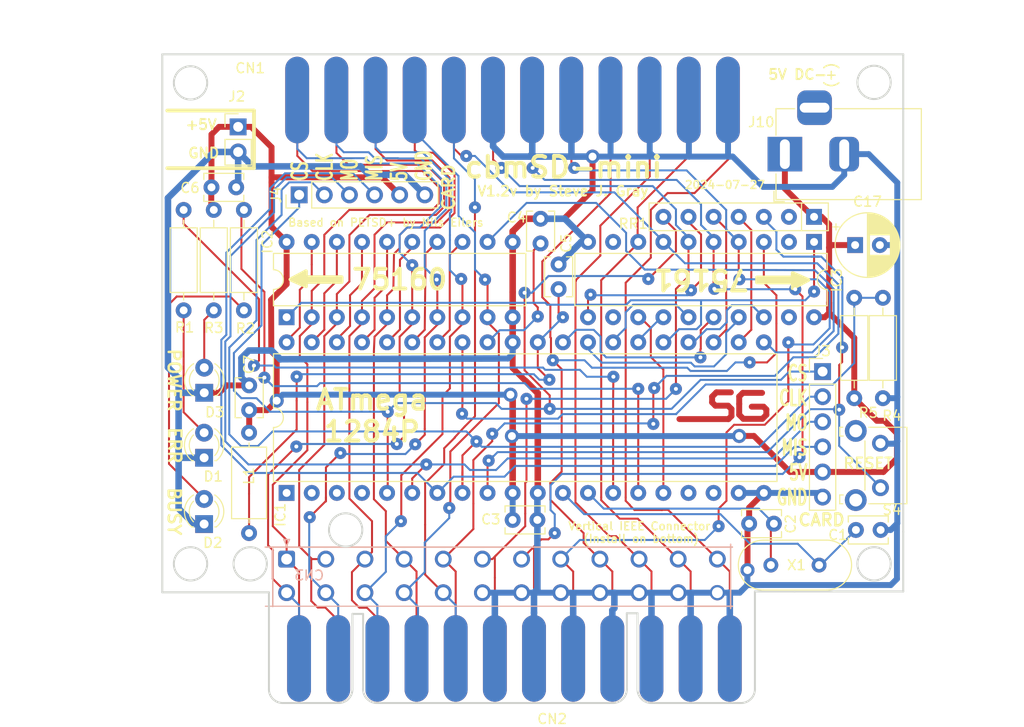
<source format=kicad_pcb>
(kicad_pcb (version 20240108) (generator "pcbnew") (generator_version "8.0")
  (title_block (title "cbmSD-mini") (company "Steve J. Gray"))
  (layers (0 "F.Cu" jumper) (31 "B.Cu" signal) (34 "B.Paste" user) (35 "F.Paste" user) (36 "B.SilkS" user "B.Silkscreen") (37 "F.SilkS" user "F.Silkscreen") (38 "B.Mask" user) (39 "F.Mask" user) (44 "Edge.Cuts" user))
  (net 0 "")
  (net 1 "GND")
  (net 2 "VCC")
  (net 3 "Net-(IC1-XTAL2)")
  (net 4 "Net-(IC1-XTAL1)")
  (net 5 "Net-(IC1-AREF)")
  (net 6 "Net-(IC1-AVCC)")
  (net 7 "Net-(D1-A)")
  (net 8 "Net-(D2-A)")
  (net 9 "Net-(D3-A)")
  (net 10 "B_REN")
  (net 11 "B_D8")
  (net 12 "B_D7")
  (net 13 "B_D6")
  (net 14 "B_D5")
  (net 15 "SHLD")
  (net 16 "B_ATN")
  (net 17 "B_SRQ")
  (net 18 "B_IFC")
  (net 19 "B_NDAC")
  (net 20 "B_NRFD")
  (net 21 "B_DAV")
  (net 22 "B_EOI")
  (net 23 "B_D4")
  (net 24 "B_D3")
  (net 25 "B_D2")
  (net 26 "B_D1")
  (net 27 "D8")
  (net 28 "SCL")
  (net 29 "SDA")
  (net 30 "IFC")
  (net 31 "SDCS")
  (net 32 "TE")
  (net 33 "MOSI")
  (net 34 "EOI")
  (net 35 "MISO")
  (net 36 "DAV")
  (net 37 "SCK")
  (net 38 "NDAC")
  (net 39 "~{RES}")
  (net 40 "NRFD")
  (net 41 "LEDR")
  (net 42 "D7")
  (net 43 "LEDG")
  (net 44 "D6")
  (net 45 "ATN")
  (net 46 "D5")
  (net 47 "D4")
  (net 48 "D3")
  (net 49 "D2")
  (net 50 "D1")
  (net 51 "DC")
  (net 52 "BTN")
  (net 53 "E")
  (net 54 "RS")
  (net 55 "DB7")
  (net 56 "DB6")
  (net 57 "DB5")
  (net 58 "DB4")
  (net 64 "~{IEC}")
  (footprint "Inductor_THT:L_Axial_L7.0mm_D3.3mm_P10.16mm_Horizontal_Fastron_MICC" (layer "F.Cu") (at 125.9967 104.0765 -90)
    (property "Reference" "L1")
    (property "Value" "10 µH")
  )
  (footprint "Resistor_THT:R_Array_SIP7" (layer "F.Cu") (at 183.134 82.2325 180)
    (property "Reference" "RR1")
    (property "Value" "6 x 10k")
  )
  (footprint "Package_DIP:DIP-40_W15.24mm" (layer "F.Cu") (at 129.794 110.1725 90)
    (property "Reference" "IC1")
    (property "Value" "ATmega1284P")
  )
  (footprint "Package_DIP:DIP-20_W7.62mm" (layer "F.Cu") (at 129.794 92.3925 90)
    (property "Reference" "IC2")
    (property "Value" "75160P")
  )
  (footprint "Package_DIP:DIP-20_W7.62mm" (layer "F.Cu") (at 183.134 84.7725 -90)
    (property "Reference" "IC3")
    (property "Value" "75161P")
  )
  (footprint "Capacitor_THT:C_Disc_D3.8mm_W2.6mm_P2.50mm" (layer "F.Cu") (at 124.694 79.248 180)
    (property "Reference" "C6")
    (property "Value" "100 nF")
  )
  (footprint "Capacitor_THT:C_Disc_D3.8mm_W2.6mm_P2.50mm" (layer "F.Cu") (at 155.154 112.903 180)
    (property "Reference" "C3")
    (property "Value" "100 nF")
  )
  (footprint "Capacitor_THT:C_Disc_D3.8mm_W2.6mm_P2.50mm" (layer "F.Cu") (at 155.475 84.925 90)
    (property "Reference" "C4")
    (property "Value" "100 nF")
  )
  (footprint "Capacitor_THT:C_Disc_D3.8mm_W2.6mm_P2.50mm" (layer "F.Cu") (at 157.3 89.55 90)
    (property "Reference" "C5")
    (property "Value" "100 nF")
  )
  (footprint "Resistor_THT:R_Axial_DIN0207_L6.3mm_D2.5mm_P10.16mm_Horizontal" (layer "F.Cu") (at 122.428 91.694 90)
    (property "Reference" "R3")
    (property "Value" "330")
  )
  (footprint "Capacitor_THT:C_Disc_D3.8mm_W2.6mm_P2.50mm" (layer "F.Cu") (at 189.865 113.919 180)
    (property "Reference" "C1")
    (property "Value" "18 pF")
  )
  (footprint "Crystal:Crystal_HC49-4H_Vertical" (layer "F.Cu") (at 178.762 117.475)
    (property "Reference" "X1")
    (property "Value" "16 MHz")
  )
  (footprint "Resistor_THT:R_Axial_DIN0207_L6.3mm_D2.5mm_P10.16mm_Horizontal" (layer "F.Cu") (at 119.38 81.534 -90)
    (property "Reference" "R1")
    (property "Value" "330")
  )
  (footprint "LED_THT:LED_D3.0mm_Clear" (layer "F.Cu") (at 121.4501 113.3221 90)
    (property "Reference" "D2")
    (property "Value" "GRN")
  )
  (footprint "LED_THT:LED_D3.0mm_Clear" (layer "F.Cu") (at 121.4501 106.6165 90)
    (property "Reference" "D1")
    (property "Value" "RED")
  )
  (footprint "Connector_BarrelJack:BarrelJack_Horizontal" (layer "F.Cu") (at 180.182 75.8875 180)
    (property "Reference" "J10")
    (property "Value" "DC_JACK")
  )
  (footprint "LED_THT:LED_D3.0mm_Clear" (layer "F.Cu") (at 121.4628 100.0379 90)
    (property "Reference" "D3")
    (property "Value" "YEL")
  )
  (footprint "Connector_PinHeader_2.54mm:PinHeader_1x06_P2.54mm_Vertical" (layer "F.Cu") (at 183.9976 97.8916)
    (property "Reference" "J3")
    (property "Value" "SD CARD")
  )
  (footprint "Resistor_THT:R_Axial_DIN0207_L6.3mm_D2.5mm_P10.16mm_Horizontal" (layer "F.Cu") (at 187.198 100.584 90)
    (property "Reference" "R5")
    (property "Value" "4.7K")
  )
  (footprint "Resistor_THT:R_Axial_DIN0207_L6.3mm_D2.5mm_P10.16mm_Horizontal" (layer "F.Cu") (at 190.0936 90.424 -90)
    (property "Reference" "R4")
    (property "Value" "5.6K")
  )
  (footprint "Capacitor_THT:C_Disc_D3.8mm_W2.6mm_P2.50mm" (layer "F.Cu") (at 176.57 113.284)
    (property "Reference" "C2")
    (property "Value" "18 pF")
  )
  (footprint "Resistor_THT:R_Axial_DIN0207_L6.3mm_D2.5mm_P10.16mm_Horizontal" (layer "F.Cu") (at 125.476 81.534 -90)
    (property "Reference" "R2")
    (property "Value" "330")
  )
  (footprint "Connector_PinHeader_2.54mm:PinHeader_1x02_P2.54mm_Vertical" (layer "F.Cu") (at 124.8918 73.1266)
    (property "Reference" "J2")
    (property "Value" "Conn_01x02")
  )
  (footprint "Capacitor_THT:C_Disc_D3.8mm_W2.6mm_P2.50mm" (layer "F.Cu") (at 126.0094 99.2905 -90)
    (property "Reference" "C7")
    (property "Value" "100 nF")
  )
  (footprint "Capacitor_THT:CP_Radial_D6.3mm_P2.50mm" (layer "F.Cu") (at 187.285621 85.09)
    (property "Reference" "C17")
    (property "Value" "47µF/16V")
  )
  (footprint "cbmSD:EDGE_CON_24P" (layer "F.Cu") (at 174.6123 126.9238 180)
    (property "Reference" "CN2")
    (property "Value" "EDGE_CON_02x12")
  )
  (footprint "Button_Switch_THT:SW_Tactile_SKHH_Angled" (layer "F.Cu") (at 189.8504 105.1464 -90)
    (property "Reference" "S4")
    (property "Value" "Reset")
  )
  (footprint "Connector_PinHeader_2.54mm:PinHeader_1x06_P2.54mm_Vertical" (layer "F.Cu") (at 131.064 80.01 90)
    (property "Reference" "J4")
    (property "Value" "SD CARD")
  )
  (footprint "cbmSD:EDGE_CON_24P" (layer "F.Cu") (at 174.420799 70.4088 180)
    (property "Reference" "CN1")
    (property "Value" "EDGE_CON_02x12")
  )
  (footprint "eilers4:EDGE_02x12-VERTICAL_THT" (layer "B.Cu") (at 129.794 116.869)
    (property "Reference" "CN3")
    (property "Value" "EDGE_CON_02x12")
  )
  (gr_line (start 117.729999 71.476985) (end 126.492 71.4756) (stroke (width 0.381)) (layer "F.SilkS"))
  (gr_poly (pts (xy 135.3566 88.3412) (xy 131.7498 88.3412) (xy 131.7498 87.7316) (xy 130.175 88.5698) (xy 131.7498 89.2556) (xy 131.7498 88.8238) (xy 135.3566 88.8238)) (stroke (width 0.381)) (fill solid) (layer "F.SilkS"))
  (gr_line (start 126.492 77.3049) (end 117.729999 77.306285) (stroke (width 0.381)) (layer "F.SilkS"))
  (gr_line (start 126.492 71.5391) (end 126.492 71.4756) (stroke (width 0.381)) (layer "F.SilkS"))
  (gr_line (start 126.492 77.3049) (end 126.492 71.5391) (stroke (width 0.381)) (layer "F.SilkS"))
  (gr_poly (pts (xy 177.3682 88.8746) (xy 180.975 88.8746) (xy 180.975 89.4588) (xy 182.5498 88.6206) (xy 180.975 87.9348) (xy 180.975 88.3666) (xy 177.3682 88.3666)) (stroke (width 0.381)) (fill solid) (layer "F.SilkS"))
  (gr_line (start 192.151 65.786) (end 192.151 114.1095) (stroke (width 0.20066)) (layer "Edge.Cuts"))
  (gr_line (start 192.151 114.1095) (end 192.151 120.142) (stroke (width 0.20066)) (layer "Edge.Cuts"))
  (gr_line (start 129.4003 131.4323) (end 135.0518 131.4323) (stroke (width 0.20066)) (layer "Edge.Cuts"))
  (gr_line (start 177.1523 130.0353) (end 177.1523 120.1928) (stroke (width 0.20066)) (layer "Edge.Cuts"))
  (gr_line (start 138.9253 131.4323) (end 162.8013 131.4323) (stroke (width 0.20066)) (layer "Edge.Cuts"))
  (gr_line (start 166.6748 131.4323) (end 175.7553 131.4323) (stroke (width 0.20066)) (layer "Edge.Cuts"))
  (gr_line (start 165.2778 130.0353) (end 165.2778 122.3518) (stroke (width 0.20066)) (layer "Edge.Cuts"))
  (gr_line (start 136.4488 122.4153) (end 136.4488 130.0353) (stroke (width 0.20066)) (layer "Edge.Cuts"))
  (gr_arc (start 138.9253 131.4323) (mid 137.937472 131.023128) (end 137.5283 130.0353) (stroke (width 0.20066)) (layer "Edge.Cuts"))
  (gr_line (start 165.2778 122.3518) (end 164.1983 122.3518) (stroke (width 0.20066)) (layer "Edge.Cuts"))
  (gr_arc (start 136.4488 130.0353) (mid 136.039628 131.023128) (end 135.0518 131.4323) (stroke (width 0.20066)) (layer "Edge.Cuts"))
  (gr_line (start 136.4488 122.4153) (end 137.5283 122.4153) (stroke (width 0.20066)) (layer "Edge.Cuts"))
  (gr_line (start 164.1983 122.3518) (end 164.1983 130.0353) (stroke (width 0.20066)) (layer "Edge.Cuts"))
  (gr_arc (start 177.1523 130.0353) (mid 176.743128 131.023128) (end 175.7553 131.4323) (stroke (width 0.20066)) (layer "Edge.Cuts"))
  (gr_arc (start 164.1983 130.0353) (mid 163.789128 131.023128) (end 162.8013 131.4323) (stroke (width 0.20066)) (layer "Edge.Cuts"))
  (gr_line (start 137.5283 130.0353) (end 137.5283 122.4153) (stroke (width 0.20066)) (layer "Edge.Cuts"))
  (gr_arc (start 166.6748 131.4323) (mid 165.686972 131.023128) (end 165.2778 130.0353) (stroke (width 0.20066)) (layer "Edge.Cuts"))
  (gr_arc (start 129.4003 131.4323) (mid 128.412472 131.023128) (end 128.0033 130.0353) (stroke (width 0.20066)) (layer "Edge.Cuts"))
  (gr_line (start 177.1523 120.142) (end 177.1523 120.1928) (stroke (width 0.20066)) (layer "Edge.Cuts"))
  (gr_line (start 117.221 120.2309) (end 117.221 65.786) (stroke (width 0.20066)) (layer "Edge.Cuts"))
  (gr_line (start 192.151 65.786) (end 117.221 65.786) (stroke (width 0.20066)) (layer "Edge.Cuts"))
  (gr_line (start 192.151 120.142) (end 181.1655 120.142) (stroke (width 0.20066)) (layer "Edge.Cuts"))
  (gr_circle (center 120.075 68.675) (end 121.762228 68.675) (stroke (width 0.20066)) (fill none) (layer "Edge.Cuts"))
  (gr_circle (center 120.075 117.348) (end 121.762228 117.348) (stroke (width 0.20066)) (fill none) (layer "Edge.Cuts"))
  (gr_line (start 128.0033 120.2309) (end 117.221 120.2309) (stroke (width 0.20066)) (layer "Edge.Cuts"))
  (gr_circle (center 126.111 117.348) (end 127.798228 117.348) (stroke (width 0.20066)) (fill none) (layer "Edge.Cuts"))
  (gr_circle (center 135.763 113.919) (end 137.450228 113.919) (stroke (width 0.20066)) (fill none) (layer "Edge.Cuts"))
  (gr_line (start 181.1655 120.142) (end 177.1523 120.142) (stroke (width 0.20066)) (layer "Edge.Cuts"))
  (gr_line (start 128.0033 130.0353) (end 128.0033 120.2309) (stroke (width 0.20066)) (layer "Edge.Cuts"))
  (gr_circle (center 189.2 68.625) (end 190.887228 68.625) (stroke (width 0.20066)) (fill none) (layer "Edge.Cuts"))
  (gr_circle (center 189.2 117.348) (end 190.887228 117.348) (stroke (width 0.20066)) (fill none) (layer "Edge.Cuts"))
  (gr_text "5V DC-" (at 181.475 67.825 0) (layer "F.SilkS") (effects (font (size 1.016 1.016) (thickness 0.2032))))
  (gr_text "POWER" (at 118.4275 98.7679 270) (layer "F.SilkS") (effects (font (size 1.24 1.24) (thickness 0.25))))
  (gr_text "GND" (at 121.412 75.7809 0) (layer "F.SilkS") (effects (font (size 1.016 1.016) (thickness 0.2032))))
  (gr_text "ERR" (at 118.4783 105.3592 270) (layer "F.SilkS") (effects (font (size 1.24 1.24) (thickness 0.25))))
  (gr_text "CARD" (at 183.896 112.903 0) (layer "F.SilkS") (effects (font (size 1.2 1.2) (thickness 0.25))))
  (gr_text "RESET" (at 188.595 107.188 0) (layer "F.SilkS") (effects (font (size 1.1 1.1) (thickness 0.2))))
  (gr_text "cbmSD-mini" (at 147.574 77.216 0) (layer "F.SilkS") (effects (font (size 2.1 2.1) (thickness 0.4) (bold yes)) (justify left)))
  (gr_text "V1.2v by Steve J. Gray" (at 157.734 79.629 0) (layer "F.SilkS") (effects (font (size 1 1) (thickness 0.2) (bold yes))))
  (gr_text "Based on PETSD+ by Nils Eilers" (at 139.827 82.804 0) (layer "F.SilkS") (effects (font (size 0.8 0.8) (thickness 0.14) (bold yes))))
  (gr_text "CS\nCLK\nMO\nMIS\n5V\nGND" (at 182.6006 104.3432 0) (layer "F.SilkS") (effects (font (size 1.56 1) (thickness 0.25)) (justify right)))
  (gr_text "(+)" (at 184.95 67.9 270) (layer "F.SilkS") (effects (font (size 1 1))))
  (gr_text "+5V" (at 121.158 72.898 0) (layer "F.SilkS") (effects (font (size 1.016 1.016) (thickness 0.2032))))
  (gr_text "Vertical IEEE Connector" (at 172.72 113.538 0) (layer "F.SilkS") (effects (font (size 0.8 0.8) (thickness 0.15) (bold yes)) (justify right)))
  (gr_text "(Install on bottom)" (at 171.577 114.808 0) (layer "F.SilkS") (effects (font (size 0.8 0.8) (thickness 0.15) (bold yes)) (justify right)))
  (gr_text "75160" (at 141.224 88.5825 0) (layer "F.SilkS") (effects (font (size 2 2) (thickness 0.4))))
  (gr_text "CS\nCLK\nMO\nMIS\n5V\nGND" (at 137.414 78.74 90) (layer "F.SilkS") (effects (font (size 1.56 1) (thickness 0.25)) (justify left)))
  (gr_text "2024-07-27" (at 174.117 78.994 0) (layer "F.SilkS") (effects (font (size 0.8 0.8) (thickness 0.15) (bold yes))))
  (gr_text "ATmega\n1284P" (at 138.425 102.35 0) (layer "F.SilkS") (effects (font (size 2 2) (thickness 0.4))))
  (gr_text "BUSY" (at 118.4275 112.0394 270) (layer "F.SilkS") (effects (font (size 1.24 1.24) (thickness 0.25))))
  (gr_text "CARD" (at 146.177 79.248 90) (layer "F.SilkS") (effects (font (size 1.2 1.2) (thickness 0.25))))
  (gr_text "75161" (at 171.704 88.5825 180) (layer "F.SilkS") (effects (font (size 2 2) (thickness 0.4))))
  (segment (start 174.4369 101.3411) (end 173.1542 101.3411) (width 0.6) (layer "F.Cu") (net 0))
  (segment (start 177.9 102.675) (end 178.3064 102.2686) (width 0.6) (layer "F.Cu") (net 0))
  (segment (start 175.9823 102.675) (end 177.9 102.675) (width 0.6) (layer "F.Cu") (net 0))
  (segment (start 174.475 102.7) (end 174.7798 102.3952) (width 0.6) (layer "F.Cu") (net 0))
  (segment (start 175.5632 101.1637) (end 175.5632 102.2559) (width 0.6) (layer "F.Cu") (net 0))
  (segment (start 173.2558 99.9949) (end 174.7163 99.9949) (width 0.6) (layer "F.Cu") (net 0))
  (segment (start 174.7798 102.3952) (end 174.7798 101.684) (width 0.6) (layer "F.Cu") (net 0))
  (segment (start 175.9315 100.0461) (end 175.5632 100.4144) (width 0.6) (layer "F.Cu") (net 0))
  (segment (start 178.027 101.4431) (end 176.8332 101.4431) (width 0.6) (layer "F.Cu") (net 0))
  (segment (start 177.8746 100.0461) (end 175.9315 100.0461) (width 0.6) (layer "F.Cu") (net 0))
  (segment (start 175.5632 100.4144) (end 175.5632 101.1637) (width 0.6) (layer "F.Cu") (net 0))
  (segment (start 169.522 102.7) (end 174.475 102.7) (width 0.6) (layer "F.Cu") (net 0))
  (segment (start 172.824 101.0109) (end 172.824 100.4267) (width 0.6) (layer "F.Cu") (net 0))
  (segment (start 173.1542 101.3411) (end 172.824 101.0109) (width 0.6) (layer "F.Cu") (net 0))
  (segment (start 172.824 100.4267) (end 173.2558 99.9949) (width 0.6) (layer "F.Cu") (net 0))
  (segment (start 178.3064 102.2686) (end 178.3064 101.7225) (width 0.6) (layer "F.Cu") (net 0))
  (segment (start 174.7798 101.684) (end 174.4369 101.3411) (width 0.6) (layer "F.Cu") (net 0))
  (segment (start 178.3064 101.7225) (end 178.027 101.4431) (width 0.6) (layer "F.Cu") (net 0))
  (segment (start 175.5632 102.2559) (end 175.9823 102.675) (width 0.6) (layer "F.Cu") (net 0))
  (segment (start 152.654 94.9325) (end 152.654 97.536) (width 0.6) (layer "F.Cu") (net 1))
  (segment (start 155.194 110.1725) (end 155.194 102.616) (width 0.6604) (layer "F.Cu") (net 1))
  (segment (start 176.403 117.983) (end 176.403 113.451) (width 0.6) (layer "F.Cu") (net 1))
  (segment (start 160.7312 79.5438) (end 157.85 82.425) (width 0.6) (layer "F.Cu") (net 1))
  (segment (start 176.57 113.284) (end 176.57 111.6565) (width 0.6) (layer "F.Cu") (net 1))
  (segment (start 160.7312 76.1365) (end 160.7312 79.5438) (width 0.6) (layer "F.Cu") (net 1))
  (segment (start 121.4628 100.0379) (end 122.9741 100.0379) (width 0.6) (layer "F.Cu") (net 1))
  (segment (start 153.925 82.425) (end 155.475 82.425) (width 0.6604) (layer "F.Cu") (net 1))
  (segment (start 152.654 92.3925) (end 152.654 89.8525) (width 0.6604) (layer "F.Cu") (net 1))
  (segment (start 123.7215 99.2905) (end 126.0094 99.2905) (width 0.6) (layer "F.Cu") (net 1))
  (segment (start 152.654 84.7725) (end 152.654 83.696) (width 0.6604) (layer "F.Cu") (net 1))
  (segment (start 152.654 83.696) (end 153.925 82.425) (width 0.6604) (layer "F.Cu") (net 1))
  (segment (start 152.654 89.8525) (end 152.654 84.7725) (width 0.6604) (layer "F.Cu") (net 1))
  (segment (start 155.194 100.076) (end 155.194 102.616) (width 0.6604) (layer "F.Cu") (net 1))
  (segment (start 176.403 113.451) (end 176.57 113.284) (width 0.6) (layer "F.Cu") (net 1))
  (segment (start 176.57 111.6565) (end 178.054 110.1725) (width 0.6) (layer "F.Cu") (net 1))
  (segment (start 157.85 82.425) (end 155.475 82.425) (width 0.6) (layer "F.Cu") (net 1))
  (segment (start 152.654 94.9325) (end 152.654 92.3925) (width 0.6604) (layer "F.Cu") (net 1))
  (segment (start 122.9741 100.0379) (end 123.7215 99.2905) (width 0.6) (layer "F.Cu") (net 1))
  (segment (start 152.654 97.536) (end 153.9621 98.8441) (width 0.6) (layer "F.Cu") (net 1))
  (segment (start 153.9621 98.8441) (end 155.194 100.076) (width 0.6604) (layer "F.Cu") (net 1))
  (via (at 176.403 117.983) (size 1.4224) (drill 0.8) (layers "F.Cu" "B.Cu") (net 1))
  (via (at 160.7312 76.1365) (size 1.4224) (drill 0.8) (layers "F.Cu" "B.Cu") (net 1))
  (segment (start 158.7119 76.1365) (end 157.734 76.1365) (width 0.6604) (layer "B.Cu") (net 1))
  (segment (start 154.8123 120.269701) (end 154.813 120.269001) (width 0.6604) (layer "B.Cu") (net 1))
  (segment (start 149.594451 120.269) (end 149.59445 120.269001) (width 0.6) (layer "B.Cu") (net 1))
  (segment (start 191.54746 85.05854) (end 191.54746 100.45254) (width 0.6) (layer "B.Cu") (net 1))
  (segment (start 160.0835 76.1365) (end 160.7312 76.1365) (width 0.6604) (layer "B.Cu") (net 1))
  (segment (start 176.3903 119.4943) (end 190.8937 119.4943) (width 0.6) (layer "B.Cu") (net 1))
  (segment (start 137.28 77.125) (end 126.3502 77.125) (width 0.6604) (layer "B.Cu") (net 1))
  (segment (start 157.9265 82.425) (end 160.274 84.7725) (width 0.6604) (layer "B.Cu") (net 1))
  (segment (start 117.793089 80.326911) (end 117.793089 97.473089) (width 0.6604) (layer "B.Cu") (net 1))
  (segment (start 158.5935 70.3326) (end 158.5935 76.0181) (width 0.6604) (layer "B.Cu") (net 1))
  (segment (start 154.6335 75.8588) (end 154.3558 76.1365) (width 0.6604) (layer "B.Cu") (net 1))
  (segment (start 155.575 76.1365) (end 154.3558 76.1365) (width 0.6604) (layer "B.Cu") (net 1))
  (segment (start 162.6235 76.1365) (end 162.5535 76.0665) (width 0.6) (layer "B.Cu") (net 1))
  (segment (start 154.8123 126.9238) (end 154.8123 122.301) (width 0.6604) (layer "B.Cu") (net 1))
  (segment (start 191.54746 100.45254) (end 191.54746 104.93346) (width 0.6) (layer "B.Cu") (net 1))
  (segment (start 125.222 96.52) (end 125.222 98.5031) (width 0.6604) (layer "B.Cu") (net 1))
  (segment (start 170.5115 76.1365) (end 170.4735 76.0985) (width 0.6) (layer "B.Cu") (net 1))
  (segment (start 176.3903 117.9957) (end 176.403 117.983) (width 0.6) (layer "B.Cu") (net 1))
  (segment (start 175.8188 120.0658) (end 176.3903 119.4943) (width 0.6) (layer "B.Cu") (net 1))
  (segment (start 118.872 98.552) (end 118.872 100.076) (width 0.6604) (layer "B.Cu") (net 1))
  (segment (start 141.732 77.978) (end 138.133 77.978) (width 0.6604) (layer "B.Cu") (net 1))
  (segment (start 157.514631 120.269) (end 157.51463 120.269001) (width 0.6) (layer "B.Cu") (net 1))
  (segment (start 174.4335 75.9585) (end 174.4335 70.3326) (width 0.6) (layer "B.Cu") (net 1))
  (segment (start 169.394901 120.269001) (end 169.3949 120.269) (width 0.6) (layer "B.Cu") (net 1))
  (segment (start 170.5115 76.1365) (end 166.9161 76.1365) (width 0.6) (layer "B.Cu") (net 1))
  (segment (start 191.54746 113.25254) (end 191.54746 104.93346) (width 0.6) (layer "B.Cu") (net 1))
  (segment (start 122.4534 75.6666) (end 117.793089 80.326911) (width 0.6604) (layer "B.Cu") (net 1))
  (segment (start 118.872 100.076) (end 118.9101 100.0379) (width 0.6604) (layer "B.Cu") (net 1))
  (segment (start 155.154 119.928001) (end 154.813 120.269001) (width 0.6604) (layer "B.Cu") (net 1))
  (segment (start 166.5135 75.7339) (end 166.9161 76.1365) (width 0.6) (layer "B.Cu") (net 1))
  (segment (start 118.9101 100.0379) (end 121.4628 100.0379) (width 0.6604) (layer "B.Cu") (net 1))
  (segment (start 190.8937 119.4943) (end 191.516 118.872) (width 0.6) (layer "B.Cu") (net 1))
  (segment (start 159.5775 84.7725) (end 157.3 87.05) (width 0.6604) (layer "B.Cu") (net 1))
  (segment (start 175.615599 120.269001) (end 174.498 120.269001) (width 0.6) (layer "B.Cu") (net 1))
  (segment (start 150.6735 70.3326) (end 150.6735 75.1085) (width 0.6604) (layer "B.Cu") (net 1))
  (segment (start 152.654 96.1009) (end 152.654 94.9325) (width 0.6) (layer "B.Cu") (net 1))
  (segment (start 151.003 120.269) (end 149.594451 120.269) (width 0.6) (layer "B.Cu") (net 1))
  (segment (start 155.475 82.425) (end 157.9265 82.425) (width 0.6604) (layer "B.Cu") (net 1))
  (segment (start 191.28936 105.19156) (end 189.91768 105.19156) (width 0.6) (layer "B.Cu") (net 1))
  (segment (start 118.872 111.76) (end 120.4341 113.3221) (width 0.6604) (layer "B.Cu") (net 1))
  (segment (start 190.881 113.919) (end 189.865 113.919) (width 0.6) (layer "B.Cu") (net 1))
  (segment (start 174.6115 76.1365) (end 170.5115 76.1365) (width 0.6) (layer "B.Cu") (net 1))
  (segment (start 191.516 113.284) (end 190.881 113.919) (width 0.6) (layer "B.Cu") (net 1))
  (segment (start 118.9355 106.6165) (end 121.4501 106.6165) (width 0.6604) (layer "B.Cu") (net 1))
  (segment (start 191.54746 85.05854) (end 191.516 85.09) (width 0.6) (layer "B.Cu") (net 1))
  (segment (start 162.6235 76.1365) (end 160.7312 76.1365) (width 0.6) (layer "B.Cu") (net 1))
  (segment (start 166.6923 120.3373) (end 166.624 120.269) (width 0.6604) (layer "B.Cu") (net 1))
  (segment (start 184.975 79.2) (end 177.975 79.2) (width 0.6) (layer "B.Cu") (net 1))
  (segment (start 161.47472 120.269) (end 158.877 120.269) (width 0.6) (layer "B.Cu") (net 1))
  (segment (start 174.6123 126.9238) (end 174.6123 120.383301) (width 0.6604) (layer "B.Cu") (net 1))
  (segment (start 125.984 95.758) (end 125.222 96.52) (width 0.6604) (layer "B.Cu") (net 1))
  (segment (start 138.133 77.978) (end 137.28 77.125) (width 0.6604) (layer "B.Cu") (net 1))
  (segment (start 191.54746 100.45254) (end 191.416 100.584) (width 0.6) (layer "B.Cu") (net 1))
  (segment (start 155.154 110.2125) (end 155.194 110.1725) (width 0.6604) (layer "B.Cu") (net 1))
  (segment (start 178.054 110.1725) (end 175.514 110.1725) (width 0.6) (layer "B.Cu") (net 1))
  (segment (start 166.6923 126.9238) (end 166.6923 120.3373) (width 0.6604) (layer "B.Cu") (net 1))
  (segment (start 170.6523 126.9238) (end 170.6523 120.431701) (width 0.6604) (layer "B.Cu") (net 1))
  (segment (start 174.498 120.269001) (end 173.355 120.269001) (width 0.6) (layer "B.Cu") (net 1))
  (segment (start 155.154 112.903) (end 155.154 110.2125) (width 0.6604) (layer "B.Cu") (net 1))
  (segment (start 128.27 95.758) (end 125.984 95.758) (width 0.6604) (layer "B.Cu") (net 1))
  (segment (start 191.416 100.584) (end 190.0936 100.584) (width 0.6) (layer "B.Cu") (net 1))
  (segment (start 150.6735 75.1085) (end 151.7015 76.1365) (width 0.6604) (layer "B.Cu") (net 1))
  (segment (start 151.7015 76.1365) (end 154.3558 76.1365) (width 0.6604) (layer "B.Cu") (net 1))
  (segment (start 186.182 77.993) (end 184.975 79.2) (width 0.6) (layer "B.Cu") (net 1))
  (segment (start 186.182 75.8875) (end 186.182 77.993) (width 0.6) (layer "B.Cu") (net 1))
  (segment (start 124.8918 75.6666) (end 122.4534 75.6666) (width 0.6604) (layer "B.Cu") (net 1))
  (segment (start 158.7723 126.9238) (end 158.7723 120.3737) (width 0.6604) (layer "B.Cu") (net 1))
  (segment (start 118.872 106.68) (end 118.872 111.76) (width 0.6604) (layer "B.Cu") (net 1))
  (segment (start 151.0665 96.5708) (end 129.163582 96.642418) (width 0.6604) (layer "B.Cu") (net 1))
  (segment (start 166.9161 76.1365) (end 162.6235 76.1365) (width 0.6) (layer "B.Cu") (net 1))
  (segment (start 118.872 106.68) (end 118.9355 106.6165) (width 0.6604) (layer "B.Cu") (net 1))
  (segment (start 158.5935 76.0181) (end 158.7119 76.1365) (width 0.6604) (layer "B.Cu") (net 1))
  (segment (start 176.3903 119.4943) (end 176.3903 117.9957) (width 0.6) (layer "B.Cu") (net 1))
  (segment (start 165.434809 120.269) (end 162.941 120.269) (width 0.6) (layer "B.Cu") (net 1))
  (segment (start 162.687 120.269) (end 161.47472 120.269) (width 0.6) (layer "B.Cu") (net 1))
  (segment (start 178.054 110.1725) (end 183.5785 110.1725) (width 0.6) (layer "B.Cu") (net 1))
  (segment (start 183.5785 110.1725) (end 183.9976 110.5916) (width 0.6) (layer "B.Cu") (net 1))
  (segment (start 126.3502 77.125) (end 124.8918 75.6666) (width 0.6604) (layer "B.Cu") (net 1))
  (segment (start 154.8123 122.301) (end 154.8123 120.269701) (width 0.6604) (layer "B.Cu") (net 1))
  (segment (start 157.51463 120.269001) (end 154.813 120.269001) (width 0.6) (layer "B.Cu") (net 1))
  (segment (start 154.813 120.269001) (end 153.554541 120.269001) (width 0.6) (layer "B.Cu") (net 1))
  (segment (start 166.624 120.269) (end 165.434809 120.269) (width 0.6) (layer "B.Cu") (net 1))
  (segment (start 162.7323 126.9238) (end 162.7323 122.0398) (width 0.6604) (layer "B.Cu") (net 1))
  (segment (start 125.222 98.5031) (end 126.0094 99.2905) (width 0.6604) (layer "B.Cu") (net 1))
  (segment (start 166.5135 70.3326) (end 166.5135 75.7339) (width 0.6) (layer "B.Cu") (net 1))
  (segment (start 188.6635 75.8875) (end 186.182 75.8875) (width 0.6) (layer "B.Cu") (net 1))
  (segment (start 158.877 120.269) (end 157.514631 120.269) (width 0.6) (layer "B.Cu") (net 1))
  (segment (start 174.6123 120.383301) (end 174.498 120.269001) (width 0.6604) (layer "B.Cu") (net 1))
  (segment (start 120.4341 113.3221) (end 121.4501 113.3221) (width 0.6604) (layer "B.Cu") (net 1))
  (segment (start 191.54746 85.05854) (end 191.54746 78.77146) (width 0.6) (layer "B.Cu") (net 1))
  (segment (start 170.6523 120.431701) (end 170.815 120.269001) (width 0.6604) (layer "B.Cu") (net 1))
  (segment (start 191.516 85.09) (end 189.785621 85.09) (width 0.6) (layer "B.Cu") (net 1))
  (segment (start 155.154 112.903) (end 155.154 119.928001) (width 0.6604) (layer "B.Cu") (net 1))
  (segment (start 150.8523 126.9238) (end 150.8523 120.4197) (width 0.6604) (layer "B.Cu") (net 1))
  (segment (start 160.274 84.7725) (end 159.5775 84.7725) (width 0.6604) (layer "B.Cu") (net 1))
  (segment (start 191.516 113.284) (end 191.54746 113.25254) (width 0.6) (layer "B.Cu") (net 1))
  (segment (start 154.6335 70.3326) (end 154.6335 75.8588) (width 0.6604) (layer "B.Cu") (net 1))
  (segment (start 118.872 100.076) (end 118.872 106.68) (width 0.6604) (layer "B.Cu") (net 1))
  (segment (start 191.516 118.872) (end 191.516 113.284) (width 0.6) (layer "B.Cu") (net 1))
  (segment (start 170.815 120.269001) (end 169.394901 120.269001) (width 0.6) (layer "B.Cu") (net 1))
  (segment (start 159.004 76.1365) (end 158.7119 76.1365) (width 0.6604) (layer "B.Cu") (net 1))
  (segment (start 177.975 79.2) (end 174.9115 76.1365) (width 0.6) (layer "B.Cu") (net 1))
  (segment (start 124.8918 79.0502) (end 124.694 79.248) (width 0.6604) (layer "B.Cu") (net 1))
  (segment (start 124.8918 75.6666) (end 124.8918 79.0502) (width 0.6604) (layer "B.Cu") (net 1))
  (segment (start 169.3949 120.269) (end 166.624 120.269) (width 0.6) (layer "B.Cu") (net 1))
  (segment (start 191.54746 78.77146) (end 188.6635 75.8875) (width 0.6) (layer "B.Cu") (net 1))
  (segment (start 153.554541 120.269001) (end 153.55454 120.269) (width 0.6) (layer "B.Cu") (net 1))
  (segment (start 162.5535 76.0665) (end 162.5535 70.3326) (width 0.6) (layer "B.Cu") (net 1))
  (segment (start 152.1841 96.5708) (end 152.654 96.1009) (width 0.6) (layer "B.Cu") (net 1))
  (segment (start 162.7323 122.0398) (end 162.941 121.8311) (width 0.6604) (layer "B.Cu") (net 1))
  (segment (start 162.941 121.8311) (end 162.941 120.269) (width 0.6604) (layer "B.Cu") (net 1))
  (segment (start 191.54746 104.93346) (end 191.28936 105.19156) (width 0.6) (layer "B.Cu") (net 1))
  (segment (start 162.941 120.269) (end 162.687 120.269) (width 0.6) (layer "B.Cu") (net 1))
  (segment (start 157.734 76.1365) (end 155.575 76.1365) (width 0.6604) (layer "B.Cu") (net 1))
  (segment (start 129.163582 96.642418) (end 129.154418 96.642418) (width 0.6604) (layer "B.Cu") (net 1))
  (segment (start 170.4735 76.0985) (end 170.4735 70.3326) (width 0.6) (layer "B.Cu") (net 1))
  (segment (start 153.55454 120.269) (end 151.003 120.269) (width 0.6) (layer "B.Cu") (net 1))
  (segment (start 174.6115 76.1365) (end 174.4335 75.9585) (width 0.6) (layer "B.Cu") (net 1))
  (segment (start 143.764 80.01) (end 141.732 77.978) (width 0.6604) (layer "B.Cu") (net 1))
  (segment (start 151.0665 96.5708) (end 152.1841 96.5708) (width 0.6) (layer "B.Cu") (net 1))
  (segment (start 129.154418 96.642418) (end 128.27 95.758) (width 0.6604) (layer "B.Cu") (net 1))
  (segment (start 159.004 76.1365) (end 160.0835 76.1365) (width 0.6604) (layer "B.Cu") (net 1))
  (segment (start 173.355 120.269001) (end 170.815 120.269001) (width 0.6) (layer "B.Cu") (net 1))
  (segment (start 117.793089 97.473089) (end 118.872 98.552) (width 0.6604) (layer "B.Cu") (net 1))
  (segment (start 175.8188 120.0658) (end 175.615599 120.269001) (width 0.6) (layer "B.Cu") (net 1))
  (segment (start 174.9115 76.1365) (end 174.6115 76.1365) (width 0.6) (layer "B.Cu") (net 1))
  (segment (start 139.446 78.232) (end 128.27 78.232) (width 0.6) (layer "F.Cu") (net 2))
  (segment (start 183.0325 82.2325) (end 180.182 79.382) (width 0.6) (layer "F.Cu") (net 2))
  (segment (start 126.2126 73.1266) (end 124.8918 73.1266) (width 0.6) (layer "F.Cu") (net 2))
  (segment (start 126.0094 101.7905) (end 127.8382 101.7905) (width 0.6) (layer "F.Cu") (net 2))
  (segment (start 184.658 85.344) (end 184.658 82.992) (width 0.6) (layer "F.Cu") (net 2))
  (segment (start 183.134 82.2325) (end 183.8985 82.2325) (width 0.6) (layer "F.Cu") (net 2))
  (segment (start 128.7907 96.393) (end 128.246658 95.848958) (width 0.6) (layer "F.Cu") (net 2))
  (segment (start 190.246 102.87) (end 191.516 104.14) (width 0.6) (layer "F.Cu") (net 2))
  (segment (start 183.8985 82.2325) (end 184.658 82.992) (width 0.6) (layer "F.Cu") (net 2))
  (segment (start 180.6956 108.0516) (end 183.9976 108.0516) (width 0.6) (layer "F.Cu") (net 2))
  (segment (start 152.654 100.4824) (end 152.654 100.457) (width 0.6) (layer "F.Cu") (net 2))
  (segment (start 190.1444 108.0516) (end 183.9976 108.0516) (width 0.6) (layer "F.Cu") (net 2))
  (segment (start 180.182 79.382) (end 180.182 75.8875) (width 0.6) (layer "F.Cu") (net 2))
  (segment (start 191.516 104.14) (end 191.516 106.68) (width 0.6) (layer "F.Cu") (net 2))
  (segment (start 128.27 78.74) (end 128.27 78.232) (width 0.6) (layer "F.Cu") (net 2))
  (segment (start 177.0507 104.4067) (end 180.6956 108.0516) (width 0.6) (layer "F.Cu") (net 2))
  (segment (start 152.654 100.4824) (end 152.654 102.4255) (width 0.6604) (layer "F.Cu") (net 2))
  (segment (start 129.794 84.7725) (end 128.27 83.2485) (width 0.6) (layer "F.Cu") (net 2))
  (segment (start 175.5648 104.4067) (end 177.0507 104.4067) (width 0.6) (layer "F.Cu") (net 2))
  (segment (start 184.658 91.948) (end 184.658 90.9193) (width 0.6) (layer "F.Cu") (net 2))
  (segment (start 122.194 79.248) (end 122.194 73.894) (width 0.6) (layer "F.Cu") (net 2))
  (segment (start 126.0094 104.0638) (end 125.9967 104.0765) (width 0.6) (layer "F.Cu") (net 2))
  (segment (start 184.658 85.344) (end 184.912 85.09) (width 0.6) (layer "F.Cu") (net 2))
  (segment (start 189.484 102.87) (end 190.246 102.87) (width 0.6) (layer "F.Cu") (net 2))
  (segment (start 128.27 78.232) (end 128.27 75.184) (width 0.6) (layer "F.Cu") (net 2))
  (segment (start 187.198 94.488) (end 184.658 91.948) (width 0.6) (layer "F.Cu") (net 2))
  (segment (start 129.794 89.056114) (end 128.221057 90.629057) (width 0.6) (layer "F.Cu") (net 2))
  (segment (start 152.654 100.457) (end 152.4254 100.2284) (width 0.6) (layer "F.Cu") (net 2))
  (segment (start 191.516 106.68) (end 190.1444 108.0516) (width 0.6) (layer "F.Cu") (net 2))
  (segment (start 122.194 73.894) (end 122.9614 73.1266) (width 0.6) (layer "F.Cu") (net 2))
  (segment (start 152.654 102.4255) (end 152.654 104.3432) (width 0.6604) (layer "F.Cu") (net 2))
  (segment (start 184.912 85.09) (end 187.285621 85.09) (width 0.6) (layer "F.Cu") (net 2))
  (segment (start 183.134 82.2325) (end 183.0325 82.2325) (width 0.6) (layer "F.Cu") (net 2))
  (segment (start 187.198 100.584) (end 189.484 102.87) (width 0.6) (layer "F.Cu") (net 2))
  (segment (start 184.658 90.9193) (end 184.658 85.344) (width 0.6) (layer "F.Cu") (net 2))
  (segment (start 129.794 84.7725) (end 129.794 89.056114) (width 0.6) (layer "F.Cu") (net 2))
  (segment (start 141.224 80.01) (end 139.446 78.232) (width 0.6) (layer "F.Cu") (net 2))
  (segment (start 128.246658 95.848958) (end 128.221057 90.629057) (width 0.6) (layer "F.Cu") (net 2))
  (segment (start 122.174 79.268) (end 122.194 79.248) (width 0.6) (layer "F.Cu") (net 2))
  (segment (start 122.9614 73.1266) (end 124.8918 73.1266) (width 0.6) (layer "F.Cu") (net 2))
  (segment (start 152.654 104.3432) (end 152.5778 104.4194) (width 0.6) (layer "F.Cu") (net 2))
  (segment (start 122.174 81.534) (end 122.174 79.268) (width 0.6) (layer "F.Cu") (net 2))
  (segment (start 128.27 83.2485) (end 128.27 78.74) (width 0.6) (layer "F.Cu") (net 2))
  (segment (start 183.134 92.3925) (end 184.2135 92.3925) (width 0.6) (layer "F.Cu") (net 2))
  (segment (start 184.2135 92.3925) (end 184.658 91.948) (width 0.6) (layer "F.Cu") (net 2))
  (segment (start 128.27 75.184) (end 126.2126 73.1266) (width 0.6) (layer "F.Cu") (net 2))
  (segment (start 128.7907 100.838) (end 128.7907 96.393) (width 0.6) (layer "F.Cu") (net 2))
  (segment (start 152.654 104.3432) (end 152.654 110.1725) (width 0.6604) (layer "F.Cu") (net 2))
  (segment (start 127.8382 101.7905) (end 128.7907 100.838) (width 0.6) (layer "F.Cu") (net 2))
  (segment (start 184.658 90.9193) (end 184.658 91.6178) (width 0.6) (layer "F.Cu") (net 2))
  (segment (start 126.0094 101.7905) (end 126.0094 104.0638) (width 0.6) (layer "F.Cu") (net 2))
  (segment (start 187.198 94.488) (end 187.198 100.584) (width 0.6) (layer "F.Cu") (net 2))
  (via (at 152.4254 100.2284) (size 1.4224) (drill 0.8) (layers "F.Cu" "B.Cu") (net 2))
  (via (at 128.7907 100.838) (size 1.4224) (drill 0.8) (layers "F.Cu" "B.Cu") (net 2))
  (via (at 152.5778 104.4194) (size 1.4224) (drill 0.8) (layers "F.Cu" "B.Cu") (net 2))
  (via (at 175.5648 104.4067) (size 1.4224) (drill 0.8) (layers "F.Cu" "B.Cu") (net 2))
  (segment (start 152.654 112.629) (end 152.654 110.1725) (width 0.6) (layer "B.Cu") (net 2))
  (segment (start 152.5778 104.4194) (end 175.5521 104.4194) (width 0.6) (layer "B.Cu") (net 2))
  (segment (start 152.4254 100.2284) (end 129.4003 100.2284) (width 0.6) (layer "B.Cu") (net 2))
  (segment (start 175.5521 104.4194) (end 175.5648 104.4067) (width 0.6) (layer "B.Cu") (net 2))
  (segment (start 129.4003 100.2284) (end 128.7907 100.838) (width 0.6) (layer "B.Cu") (net 2))
  (segment (start 187.365 113.919) (end 183.809 117.475) (width 0.2032) (layer "B.Cu") (net 3))
  (segment (start 176.657 115.316) (end 181.483 115.316) (width 0.2) (layer "B.Cu") (net 3))
  (segment (start 159.8842 112.3227) (end 173.6637 112.3227) (width 0.2) (layer "B.Cu") (net 3))
  (segment (start 181.483 115.316) (end 183.642 117.475) (width 0.2) (layer "B.Cu") (net 3))
  (segment (start 173.6637 112.3227) (end 176.657 115.316) (width 0.2) (layer "B.Cu") (net 3))
  (segment (start 183.809 117.475) (end 183.642 117.475) (width 0.2032) (layer "B.Cu") (net 3))
  (segment (start 157.734 110.1725) (end 159.8842 112.3227) (width 0.2) (layer "B.Cu") (net 3))
  (segment (start 178.762 113.592) (end 179.07 113.284) (width 0.2032) (layer "F.Cu") (net 4))
  (segment (start 178.762 117.475) (end 178.762 113.592) (width 0.2032) (layer "F.Cu") (net 4))
  (segment (start 160.274 110.1725) (end 161.8615 111.76) (width 0.2) (layer "B.Cu") (net 4))
  (segment (start 161.8615 111.76) (end 177.546 111.76) (width 0.2) (layer "B.Cu") (net 4))
  (segment (start 177.546 111.76) (end 179.07 113.284) (width 0.2) (layer "B.Cu") (net 4))
  (segment (start 179.07 117.167) (end 178.762 117.475) (width 0.2032) (layer "B.Cu") (net 4))
  (segment (start 155.194 91.394) (end 154.75 90.95) (width 0.2032) (layer "F.Cu") (net 5))
  (segment (start 155.194 92.3125) (end 155.194 91.394) (width 0.2032) (layer "F.Cu") (net 5))
  (segment (start 154.774411 85.625589) (end 155.475 84.925) (width 0.2032) (layer "F.Cu") (net 5))
  (segment (start 154.774411 90.925589) (end 154.774411 85.625589) (width 0.2032) (layer "F.Cu") (net 5))
  (segment (start 154.75 90.95) (end 154.774411 90.925589) (width 0.2032) (layer "F.Cu") (net 5))
  (via (at 155.194 92.3125) (size 1.2192) (drill 0.4) (layers "F.Cu" "B.Cu") (net 5))
  (segment (start 150.114 94.9325) (end 150.118098 94.9325) (width 0.2032) (layer "B.Cu") (net 5))
  (segment (start 153.79982 93.70668) (end 155.194 92.3125) (width 0.2032) (layer "B.Cu") (net 5))
  (segment (start 150.118098 94.9325) (end 151.343918 93.70668) (width 0.2032) (layer "B.Cu") (net 5))
  (segment (start 151.343918 93.70668) (end 153.79982 93.70668) (width 0.2032) (layer "B.Cu") (net 5))
  (segment (start 130.81 100.838) (end 130.81 103.759) (width 0.2032) (layer "F.Cu") (net 6))
  (segment (start 157.3 91.9585) (end 157.3 89.55) (width 0.2032) (layer "F.Cu") (net 6))
  (segment (start 130.81 98.3996) (end 130.81 100.838) (width 0.2) (layer "F.Cu") (net 6))
  (segment (start 155.194 94.9325) (end 155.194 97.5487) (width 0.2) (layer "F.Cu") (net 6))
  (segment (start 130.81 103.759) (end 125.9967 108.5723) (width 0.2032) (layer "F.Cu") (net 6))
  (segment (start 157.734 92.3925) (end 157.3 91.9585) (width 0.2032) (layer "F.Cu") (net 6))
  (segment (start 156.3624 98.7171) (end 155.194 97.5487) (width 0.2) (layer "F.Cu") (net 6))
  (segment (start 125.9967 110.2614) (end 125.9967 114.2365) (width 0.2) (layer "F.Cu") (net 6))
  (segment (start 125.9967 108.5723) (end 125.9967 110.2614) (width 0.2032) (layer "F.Cu") (net 6))
  (via (at 157.734 92.3925) (size 1.2192) (drill 0.4) (layers "F.Cu" "B.Cu") (net 6))
  (via (at 130.81 98.3996) (size 1.2192) (drill 0.4) (layers "F.Cu" "B.Cu") (net 6))
  (via (at 156.3624 98.7171) (size 1.2192) (drill 0.4) (layers "F.Cu" "B.Cu") (net 6))
  (segment (start 155.194 94.9325) (end 157.734 92.3925) (width 0.2032) (layer "B.Cu") (net 6))
  (segment (start 130.81 98.3996) (end 131.0513 98.1583) (width 0.2) (layer "B.Cu") (net 6))
  (segment (start 131.0513 98.1583) (end 131.4577 98.1583) (width 0.2) (layer "B.Cu") (net 6))
  (segment (start 154.8003 98.1583) (end 155.3591 98.7171) (width 0.2) (layer "B.Cu") (net 6))
  (segment (start 155.3591 98.7171) (end 156.3624 98.7171) (width 0.2) (layer "B.Cu") (net 6))
  (segment (start 131.4577 98.1583) (end 154.8003 98.1583) (width 0.2) (layer "B.Cu") (net 6))
  (segment (start 119.38 91.694) (end 119.38 102.0064) (width 0.2) (layer "F.Cu") (net 7))
  (segment (start 121.4501 104.0765) (end 120.7008 103.3272) (width 0.2032) (layer "F.Cu") (net 7))
  (segment (start 119.38 102.0064) (end 120.7008 103.3272) (width 0.2) (layer "F.Cu") (net 7))
  (segment (start 124.079 90.297) (end 118.672 90.297) (width 0.2032) (layer "F.Cu") (net 8))
  (segment (start 125.476 91.694) (end 124.079 90.297) (width 0.2032) (layer "F.Cu") (net 8))
  (segment (start 117.9 107.232) (end 121.4501 110.7821) (width 0.2032) (layer "F.Cu") (net 8))
  (segment (start 117.9 91.075) (end 117.9 107.232) (width 0.2032) (layer "F.Cu") (net 8))
  (segment (start 118.672 90.297) (end 118.672 90.303) (width 0.2032) (layer "F.Cu") (net 8))
  (segment (start 118.672 90.303) (end 117.9 91.075) (width 0.2032) (layer "F.Cu") (net 8))
  (segment (start 121.4628 92.6592) (end 122.428 91.694) (width 0.2) (layer "F.Cu") (net 9))
  (segment (start 121.4628 97.4979) (end 121.4628 92.6592) (width 0.2) (layer "F.Cu") (net 9))
  (segment (start 148.8375 83.8135) (end 148.844 83.82) (width 0.2) (layer "F.Cu") (net 10))
  (segment (start 146.7993 104.5464) (end 147.8153 103.4415) (width 0.2) (layer "F.Cu") (net 10))
  (segment (start 146.7993 104.5757) (end 146.7993 104.5464) (width 0.2) (layer "F.Cu") (net 10))
  (segment (start 143.8 113.38364) (end 143.8 109.184) (width 0.2) (layer "F.Cu") (net 10))
  (segment (start 148.844 102.4128) (end 148.844 101.1555) (width 0.2) (layer "F.Cu") (net 10))
  (segment (start 145.7281 105.6469) (end 146.7993 104.5757) (width 0.2) (layer "F.Cu") (net 10))
  (segment (start 148.844 83.82) (end 148.844 101.1555) (width 0.2032) (layer "F.Cu") (net 10))
  (segment (start 143.8 118.43464) (end 143.8 113.38364) (width 0.2032) (layer "F.Cu") (net 10))
  (segment (start 143.8 109.184) (end 145.7281 107.2559) (width 0.2) (layer "F.Cu") (net 10))
  (segment (start 148.8375 81.28) (end 148.8375 83.8135) (width 0.2) (layer "F.Cu") (net 10))
  (segment (start 145.63436 120.269) (end 143.8 118.43464) (width 0.2032) (layer "F.Cu") (net 10))
  (segment (start 147.8153 103.4415) (end 148.844 102.4128) (width 0.2) (layer "F.Cu") (net 10))
  (segment (start 145.7281 107.2559) (end 145.7281 105.6469) (width 0.2) (layer "F.Cu") (net 10))
  (via (at 148.8375 81.28) (size 1.2192) (drill 0.4) (layers "F.Cu" "B.Cu") (net 10))
  (segment (start 148.8375 81.28) (end 148.8375 78.4375) (width 0.2) (layer "B.Cu") (net 10))
  (segment (start 148.8375 78.4375) (end 146.7135 76.3135) (width 0.2) (layer "B.Cu") (net 10))
  (segment (start 146.8923 126.9238) (end 146.8923 121.52694) (width 0.2032) (layer "B.Cu") (net 10))
  (segment (start 146.8923 126.9238) (end 147.066 126.7501) (width 0.2032) (layer "B.Cu") (net 10))
  (segment (start 146.8923 121.52694) (end 145.63436 120.269) (width 0.2032) (layer "B.Cu") (net 10))
  (segment (start 146.7135 76.3135) (end 146.7135 70.3326) (width 0.2) (layer "B.Cu") (net 10))
  (segment (start 146.35 105.989) (end 151.257 101.082) (width 0.2032) (layer "F.Cu") (net 11))
  (segment (start 151.257 94.0435) (end 150.114 92.9005) (width 0.2032) (layer "F.Cu") (net 11))
  (segment (start 149.86 88.5825) (end 150.114 88.8365) (width 0.2032) (layer "F.Cu") (net 11))
  (segment (start 151.257 95.9485) (end 151.257 94.0435) (width 0.2032) (layer "F.Cu") (net 11))
  (segment (start 146.2405 111.6965) (end 146.35 111.587) (width 0.2032) (layer "F.Cu") (net 11))
  (segment (start 142.07 120.82) (end 141.92827 120.67827) (width 0.2032) (layer "F.Cu") (net 11))
  (segment (start 151.257 95.9485) (end 151.257 101.082) (width 0.2) (layer "F.Cu") (net 11))
  (segment (start 150.114 88.8365) (end 150.114 92.3925) (width 0.2032) (layer "F.Cu") (net 11))
  (segment (start 146.35 111.587) (end 146.35 105.989) (width 0.2032) (layer "F.Cu") (net 11))
  (via (at 146.2405 111.6965) (size 1.2192) (drill 0.4) (layers "F.Cu" "B.Cu") (net 11))
  (via (at 149.86 88.5825) (size 1.2192) (drill 0.4) (layers "F.Cu" "B.Cu") (net 11))
  (segment (start 143.764 118.179271) (end 141.67427 120.269001) (width 0.2) (layer "B.Cu") (net 11))
  (segment (start 146.2405 112.7125) (end 143.764 115.189) (width 0.2) (layer "B.Cu") (net 11))
  (segment (start 143.08147 121.793) (end 143.08147 126.77463) (width 0.2) (layer "B.Cu") (net 11))
  (segment (start 149.86 88.5825) (end 148.844 87.5665) (width 0.2032) (layer "B.Cu") (net 11))
  (segment (start 143.764 115.189) (end 143.764 118.179271) (width 0.2) (layer "B.Cu") (net 11))
  (segment (start 143.08147 121.793) (end 143.08147 121.676201) (width 0.2) (layer "B.Cu") (net 11))
  (segment (start 147.175 82.137) (end 148.844 83.806) (width 0.2) (layer "B.Cu") (net 11))
  (segment (start 146.2405 111.6965) (end 146.2405 112.7125) (width 0.2) (layer "B.Cu") (net 11))
  (segment (start 142.7535 73.6655) (end 144.272 75.184) (width 0.2) (layer "B.Cu") (net 11))
  (segment (start 143.08147 126.77463) (end 142.9323 126.9238) (width 0.2) (layer "B.Cu") (net 11))
  (segment (start 144.272 75.197) (end 147.175 78.1) (width 0.2) (layer "B.Cu") (net 11))
  (segment (start 144.272 75.184) (end 144.272 75.197) (width 0.2) (layer "B.Cu") (net 11))
  (segment (start 143.08147 121.676201) (end 141.67427 120.269001) (width 0.2) (layer "B.Cu") (net 11))
  (segment (start 147.175 78.1) (end 147.175 82.137) (width 0.2) (layer "B.Cu") (net 11))
  (segment (start 148.844 83.806) (end 148.844 87.5665) (width 0.2) (layer "B.Cu") (net 11))
  (segment (start 142.7535 70.3326) (end 142.7535 73.6655) (width 0.2) (layer "B.Cu") (net 11))
  (segment (start 141.351 113.03) (end 141.3892 112.9918) (width 0.2032) (layer "F.Cu") (net 12))
  (segment (start 141.3892 108.3858) (end 144.5 105.275) (width 0.2032) (layer "F.Cu") (net 12))
  (segment (start 145.5547 104.2203) (end 145.5547 103.6297) (width 0.2) (layer "F.Cu") (net 12))
  (segment (start 147.574 88.646) (end 147.447 88.519) (width 0.2032) (layer "F.Cu") (net 12))
  (segment (start 147.574 93.091) (end 147.574 92.3925) (width 0.2032) (layer "F.Cu") (net 12))
  (segment (start 146.304 99.596) (end 145.5547 100.3453) (width 0.2) (layer "F.Cu") (net 12))
  (segment (start 146.304 95.9485) (end 146.304 99.596) (width 0.2) (layer "F.Cu") (net 12))
  (segment (start 141.3892 112.9918) (end 141.3892 108.3858) (width 0.2032) (layer "F.Cu") (net 12))
  (segment (start 146.304 94.361) (end 147.574 93.091) (width 0.2032) (layer "F.Cu") (net 12))
  (segment (start 145.5547 103.6297) (end 145.5547 100.3453) (width 0.2) (layer "F.Cu") (net 12))
  (segment (start 144.5 105.275) (end 145.5547 104.2203) (width 0.2) (layer "F.Cu") (net 12))
  (segment (start 146.304 95.9485) (end 146.304 94.361) (width 0.2032) (layer "F.Cu") (net 12))
  (segment (start 147.574 92.3925) (end 147.574 88.646) (width 0.2032) (layer "F.Cu") (net 12))
  (via (at 147.447 88.519) (size 1.2192) (drill 0.4) (layers "F.Cu" "B.Cu") (net 12))
  (via (at 141.351 113.03) (size 1.2192) (drill 0.4) (layers "F.Cu" "B.Cu") (net 12))
  (segment (start 146.45 81.708) (end 146.304 81.854) (width 0.2) (layer "B.Cu") (net 12))
  (segment (start 147.447 88.519) (end 147.193 88.519) (width 0.2032) (layer "B.Cu") (net 12))
  (segment (start 146.304 84.074) (end 146.304 81.854) (width 0.2) (layer "B.Cu") (net 12))
  (segment (start 147.193 88.519) (end 146.304 87.63) (width 0.2032) (layer "B.Cu") (net 12))
  (segment (start 146.45 78.625) (end 143.517 75.692) (width 0.2) (layer "B.Cu") (net 12))
  (segment (start 143.517 75.692) (end 139.292 75.692) (width 0.2) (layer "B.Cu") (net 12))
  (segment (start 138.7935 75.1935) (end 138.7935 70.3326) (width 0.2) (layer "B.Cu") (net 12))
  (segment (start 139.827 118.15618) (end 137.71418 120.269) (width 0.2032) (layer "B.Cu") (net 12))
  (segment (start 139.827 114.554) (end 139.827 118.15618) (width 0.2032) (layer "B.Cu") (net 12))
  (segment (start 138.9723 126.9238) (end 138.9723 121.9035) (width 0.2) (layer "B.Cu") (net 12))
  (segment (start 138.9723 121.793) (end 138.9723 121.9035) (width 0.2032) (layer "B.Cu") (net 12))
  (segment (start 146.45 78.625) (end 146.45 81.708) (width 0.2) (layer "B.Cu") (net 12))
  (segment (start 138.9723 121.52712) (end 137.71418 120.269) (width 0.2032) (layer "B.Cu") (net 12))
  (segment (start 139.292 75.692) (end 138.7935 75.1935) (width 0.2) (layer "B.Cu") (net 12))
  (segment (start 138.9723 121.793) (end 138.9723 121.52712) (width 0.2032) (layer "B.Cu") (net 12))
  (segment (start 146.304 87.63) (end 146.304 84.582) (width 0.2032) (layer "B.Cu") (net 12))
  (segment (start 141.351 113.03) (end 139.827 114.554) (width 0.2032) (layer "B.Cu") (net 12))
  (segment (start 146.304 84.582) (end 146.304 84.074) (width 0.2032) (layer "B.Cu") (net 12))
  (segment (start 132.1308 112.6236) (end 133.7692 110.9852) (width 0.2032) (layer "F.Cu") (net 13))
  (segment (start 135.2296 106.1339) (end 133.7692 107.5943) (width 0.2032) (layer "F.Cu") (net 13))
  (segment (start 145.034 88.646) (end 145.034 92.3925) (width 0.2032) (layer "F.Cu") (net 13))
  (segment (start 133.7692 110.617) (end 133.7692 111.0362) (width 0.2032) (layer "F.Cu") (net 13))
  (segment (start 133.7692 107.5943) (end 133.7692 110.617) (width 0.2032) (layer "F.Cu") (net 13))
  (segment (start 143.764 94.4245) (end 145.034 93.1545) (width 0.2032) (layer "F.Cu") (net 13))
  (segment (start 143.764 104.286) (end 143.764 103.689) (width 0.2032) (layer "F.Cu") (net 13))
  (segment (start 143.764 96.2025) (end 143.764 94.4245) (width 0.2032) (layer "F.Cu") (net 13))
  (segment (start 145.034 93.1545) (end 145.034 92.3925) (width 0.2032) (layer "F.Cu") (net 13))
  (segment (start 144.9705 88.5825) (end 145.034 88.646) (width 0.2032) (layer "F.Cu") (net 13))
  (segment (start 142.8 105.25) (end 143.764 104.286) (width 0.2032) (layer "F.Cu") (net 13))
  (segment (start 133.7692 110.9852) (end 133.7692 110.617) (width 0.2032) (layer "F.Cu") (net 13))
  (segment (start 143.764 96.2025) (end 143.764 103.689) (width 0.2032) (layer "F.Cu") (net 13))
  (via (at 132.1308 112.6236) (size 1.2192) (drill 0.4) (layers "F.Cu" "B.Cu") (net 13))
  (via (at 142.8 105.25) (size 1.2192) (drill 0.4) (layers "F.Cu" "B.Cu") (net 13))
  (via (at 135.2296 106.1339) (size 1.2192) (drill 0.4) (layers "F.Cu" "B.Cu") (net 13))
  (via (at 144.9705 88.5825) (size 1.2192) (drill 0.4) (layers "F.Cu" "B.Cu") (net 13))
  (segment (start 135.5725 75.692) (end 134.8335 74.953) (width 0.2) (layer "B.Cu") (net 13))
  (segment (start 134.8335 74.953) (end 134.8335 70.3326) (width 0.2) (layer "B.Cu") (net 13))
  (segment (start 135.0123 121.527211) (end 135.0123 126.9238) (width 0.2032) (layer "B.Cu") (net 13))
  (segment (start 138.083 75.692) (end 135.5725 75.692) (width 0.2) (layer "B.Cu") (net 13))
  (segment (start 138.691 76.3) (end 138.083 75.692) (width 0.2) (layer "B.Cu") (net 13))
  (segment (start 141.8145 106.2355) (end 142.8 105.25) (width 0.2032) (layer "B.Cu") (net 13))
  (segment (start 145.95 78.9) (end 143.377 76.327) (width 0.2) (layer "B.Cu") (net 13))
  (segment (start 141.097 76.327) (end 141.07 76.3) (width 0.2) (layer "B.Cu") (net 13))
  (segment (start 145.95 81.45) (end 145.95 78.9) (width 0.2) (layer "B.Cu") (net 13))
  (segment (start 141.07 76.3) (end 138.691 76.3) (width 0.2) (layer "B.Cu") (net 13))
  (segment (start 143.764 87.376) (end 143.764 83.636) (width 0.2032) (layer "B.Cu") (net 13))
  (segment (start 132.08 118.594911) (end 133.75409 120.269001) (width 0.2032) (layer "B.Cu") (net 13))
  (segment (start 135.3312 106.2355) (end 141.8145 106.2355) (width 0.2032) (layer "B.Cu") (net 13))
  (segment (start 133.75409 120.269001) (end 135.0123 121.527211) (width 0.2032) (layer "B.Cu") (net 13))
  (segment (start 143.764 83.636) (end 145.95 81.45) (width 0.2) (layer "B.Cu") (net 13))
  (segment (start 143.377 76.327) (end 141.097 76.327) (width 0.2) (layer "B.Cu") (net 13))
  (segment (start 135.2296 106.1339) (end 135.3312 106.2355) (width 0.2032) (layer "B.Cu") (net 13))
  (segment (start 132.08 112.6744) (end 132.08 118.594911) (width 0.2032) (layer "B.Cu") (net 13))
  (segment (start 144.9705 88.5825) (end 143.764 87.376) (width 0.2032) (layer "B.Cu") (net 13))
  (segment (start 132.1308 112.6236) (end 132.08 112.6744) (width 0.2032) (layer "B.Cu") (net 13))
  (segment (start 142.494 87.122) (end 142.494 92.3925) (width 0.2032) (layer "F.Cu") (net 14))
  (segment (start 141.668 100.407) (end 141.668 104.4829) (width 0.2032) (layer "F.Cu") (net 14))
  (segment (start 141.224 99.963) (end 141.668 100.407) (width 0.2032) (layer "F.Cu") (net 14))
  (segment (start 127.919629 108.331001) (end 127.919629 115.473629) (width 0.2032) (layer "F.Cu") (net 14))
  (segment (start 142.494 92.3925) (end 142.494 93.091) (width 0.2032) (layer "F.Cu") (net 14))
  (segment (start 130.774515 105.476115) (end 127.919629 108.331001) (width 0.2032) (layer "F.Cu") (net 14))
  (segment (start 128.397 115.951) (end 128.397 118.872) (width 0.2032) (layer "F.Cu") (net 14))
  (segment (start 141.224 94.361) (end 141.224 99.963) (width 0.2032) (layer "F.Cu") (net 14))
  (segment (start 141.668 104.4829) (end 140.9314 105.2195) (width 0.2032) (layer "F.Cu") (net 14))
  (segment (start 128.397 118.872) (end 129.794 120.269) (width 0.2032) (layer "F.Cu") (net 14))
  (segment (start 127.919629 115.473629) (end 128.397 115.951) (width 0.2032) (layer "F.Cu") (net 14))
  (segment (start 142.494 93.091) (end 141.224 94.361) (width 0.2032) (layer "F.Cu") (net 14))
  (via (at 130.774515 105.476115) (size 1.2192) (drill 0.4) (layers "F.Cu" "B.Cu") (net 14))
  (via (at 142.494 87.122) (size 1.2192) (drill 0.4) (layers "F.Cu" "B.Cu") (net 14))
  (via (at 140.9314 105.2195) (size 1.2192) (drill 0.4) (layers "F.Cu" "B.Cu") (net 14))
  (segment (start 137.775 76.3) (end 138.31 76.835) (width 0.2) (layer "B.Cu") (net 14))
  (segment (start 145.4 81.168) (end 143.256 83.312) (width 0.2) (layer "B.Cu") (net 14))
  (segment (start 138.31 76.835) (end 142.985 76.835) (width 0.2) (layer "B.Cu") (net 14))
  (segment (start 130.8735 75.3485) (end 131.825 76.3) (width 0.2) (layer "B.Cu") (net 14))
  (segment (start 141.224 84.074) (end 141.986 83.312) (width 0.2032) (layer "B.Cu") (net 14))
  (segment (start 145.4 79.25) (end 145.4 81.168) (width 0.2) (layer "B.Cu") (net 14))
  (segment (start 142.494 87.122) (end 141.224 85.852) (width 0.2032) (layer "B.Cu") (net 14))
  (segment (start 130.774515 105.476115) (end 130.774515 105.476114) (width 0.2032) (layer "B.Cu") (net 14))
  (segment (start 143.256 83.312) (end 142.24 83.312) (width 0.2) (layer "B.Cu") (net 14))
  (segment (start 130.8735 70.3326) (end 130.8735 75.3485) (width 0.2) (layer "B.Cu") (net 14))
  (segment (start 141.224 85.852) (end 141.224 84.074) (width 0.2032) (layer "B.Cu") (net 14))
  (segment (start 131.031129 105.2195) (end 140.9314 105.2195) (width 0.2032) (layer "B.Cu") (net 14))
  (segment (start 131.825 76.3) (end 137.775 76.3) (width 0.2) (layer "B.Cu") (net 14))
  (segment (start 142.985 76.835) (end 145.4 79.25) (width 0.2) (layer "B.Cu") (net 14))
  (segment (start 131.0523 121.5273) (end 129.794 120.269) (width 0.2032) (layer "B.Cu") (net 14))
  (segment (start 141.986 83.312) (end 142.24 83.312) (width 0.2032) (layer "B.Cu") (net 14))
  (segment (start 131.0523 126.9238) (end 131.0523 121.5273) (width 0.2032) (layer "B.Cu") (net 14))
  (segment (start 130.774515 105.476114) (end 131.031129 105.2195) (width 0.2032) (layer "B.Cu") (net 14))
  (segment (start 174.4335 76.4423) (end 171.04995 79.82585) (width 0.2032) (layer "F.Cu") (net 15))
  (segment (start 164.084 88.9) (end 164.084 110.617) (width 0.2032) (layer "F.Cu") (net 15))
  (segment (start 174.4335 70.3326) (end 174.4335 76.4423) (width 0.2032) (layer "F.Cu") (net 15))
  (segment (start 171.04995 79.82585) (end 168.31945 79.82585) (width 0.2032) (layer "F.Cu") (net 15))
  (segment (start 174.6123 120.523) (end 174.6123 118.126301) (width 0.2) (layer "F.Cu") (net 15))
  (segment (start 164.084 110.617) (end 164.084 110.9726) (width 0.2) (layer "F.Cu") (net 15))
  (segment (start 167.754 111.9) (end 167.767 111.887) (width 0.2) (layer "F.Cu") (net 15))
  (segment (start 167.767 111.887) (end 168.372999 111.887) (width 0.2) (layer "F.Cu") (net 15))
  (segment (start 168.372999 111.887) (end 173.354999 116.869) (width 0.2) (layer "F.Cu") (net 15))
  (segment (start 166.624 81.5213) (end 166.624 86.36) (width 0.2032) (layer "F.Cu") (net 15))
  (segment (start 168.31945 79.82585) (end 166.624 81.5213) (width 0.2032) (layer "F.Cu") (net 15))
  (segment (start 174.6123 120.523) (end 174.6123 126.9238) (width 0.2) (layer "F.Cu") (net 15))
  (segment (start 166.624 86.36) (end 164.084 88.9) (width 0.2032) (layer "F.Cu") (net 15))
  (segment (start 164.5031 111.3917) (end 164.5031 111.4281) (width 0.2) (layer "F.Cu") (net 15))
  (segment (start 164.084 110.9726) (end 164.5031 111.3917) (width 0.2) (layer "F.Cu") (net 15))
  (segment (start 164.975 111.9) (end 167.754 111.9) (width 0.2) (layer "F.Cu") (net 15))
  (segment (start 164.5031 111.4281) (end 164.975 111.9) (width 0.2) (layer "F.Cu") (net 15))
  (segment (start 174.6123 118.126301) (end 173.354999 116.869) (width 0.2) (layer "F.Cu") (net 15))
  (segment (start 165.354 84.8995) (end 165.354 84.7725) (width 0.2032) (layer "F.Cu") (net 16))
  (segment (start 165.2905 84.709) (end 165.354 84.7725) (width 0.2032) (layer "F.Cu") (net 16))
  (segment (start 170.6523 126.9238) (end 170.6523 118.1264) (width 0.2) (layer "F.Cu") (net 16))
  (segment (start 161.6075 110.9075) (end 161.6075 110.617) (width 0.2) (layer "F.Cu") (net 16))
  (segment (start 169.3949 116.869) (end 165.3019 112.776) (width 0.2) (layer "F.Cu") (net 16))
  (segment (start 170.4735 76.097) (end 165.2905 81.28) (width 0.2032) (layer "F.Cu") (net 16))
  (segment (start 163.476 112.776) (end 161.6075 110.9075) (width 0.2) (layer "F.Cu") (net 16))
  (segment (start 170.6523 118.1264) (end 169.3949 116.869) (width 0.2) (layer "F.Cu") (net 16))
  (segment (start 161.6075 110.617) (end 161.6075 88.646) (width 0.2032) (layer "F.Cu") (net 16))
  (segment (start 170.4735 70.3326) (end 170.4735 76.097) (width 0.2032) (layer "F.Cu") (net 16))
  (segment (start 165.2905 81.28) (end 165.2905 84.709) (width 0.2032) (layer "F.Cu") (net 16))
  (segment (start 163.476 112.776) (end 165.3019 112.776) (width 0.2) (layer "F.Cu") (net 16))
  (segment (start 161.6075 88.646) (end 165.354 84.8995) (width 0.2032) (layer "F.Cu") (net 16))
  (segment (start 159.004 88.6714) (end 161.5186 86.1568) (width 0.2032) (layer "F.Cu") (net 17))
  (segment (start 166.5135 78.1365) (end 166.5135 70.3326) (width 0.2032) (layer "F.Cu") (net 17))
  (segment (start 159.004 90.8685) (end 159.004 88.6714) (width 0.2032) (layer "F.Cu") (net 17))
  (segment (start 166.6923 118.999) (end 166.6923 118.126491) (width 0.2) (layer "F.Cu") (net 17))
  (segment (start 165.434809 116.869) (end 163.119809 114.554) (width 0.2) (layer "F.Cu") (net 17))
  (segment (start 161.5186 83.1314) (end 166.5135 78.1365) (width 0.2032) (layer "F.Cu") (net 17))
  (segment (start 166.6923 126.9238) (end 166.6923 118.999) (width 0.2) (layer "F.Cu") (net 17))
  (segment (start 159.004 88.773) (end 159.004 90.8685) (width 0.2032) (layer "F.Cu") (net 17))
  (segment (start 162.433 114.554) (end 159.004 111.125) (width 0.2) (layer "F.Cu") (net 17))
  (segment (start 159.004 111.125) (end 159.004 110.6805) (width 0.2) (layer "F.Cu") (net 17))
  (segment (start 161.5186 86.1568) (end 161.5186 83.1314) (width 0.2032) (layer "F.Cu") (net 17))
  (segment (start 159.004 90.8685) (end 159.004 110.6805) (width 0.2032) (layer "F.Cu") (net 17))
  (segment (start 163.119809 114.554) (end 162.433 114.554) (width 0.2) (layer "F.Cu") (net 17))
  (segment (start 159.0675 88.7095) (end 159.004 88.773) (width 0.2032) (layer "F.Cu") (net 17))
  (segment (start 166.6923 118.126491) (end 165.434809 116.869) (width 0.2) (layer "F.Cu") (net 17))
  (segment (start 179.324 96.012) (end 178.3715 96.9645) (width 0.2) (layer "F.Cu") (net 18))
  (segment (start 179.324 93.0275) (end 179.324 96.012) (width 0.2) (layer "F.Cu") (net 18))
  (segment (start 156.718 96.393) (end 156.718 96.7486) (width 0.2032) (layer "F.Cu") (net 18))
  (segment (start 159.8295 114.2365) (end 157.0355 111.4425) (width 0.2) (layer "F.Cu") (net 18))
  (segment (start 157.0355 111.4425) (end 156.464 110.871) (width 0.2032) (layer "F.Cu") (net 18))
  (segment (start 156.464 109.1565) (end 157.607 108.0135) (width 0.2032) (layer "F.Cu") (net 18))
  (segment (start 159.8295 114.935) (end 159.8295 114.2365) (width 0.2) (layer "F.Cu") (net 18))
  (segment (start 156.5275 96.2025) (end 156.718 96.393) (width 0.2032) (layer "F.Cu") (net 18))
  (segment (start 162.7323 126.9238) (end 162.7323 118.12658) (width 0.2) (layer "F.Cu") (net 18))
  (segment (start 159.8295 115.22378) (end 159.8295 114.935) (width 0.2) (layer "F.Cu") (net 18))
  (segment (start 178.3715 96.9645) (end 176.6189 96.9645) (width 0.2) (layer "F.Cu") (net 18))
  (segment (start 162.7323 118.12658) (end 161.47472 116.869) (width 0.2) (layer "F.Cu") (net 18))
  (segment (start 178.054 84.7725) (end 178.054 88.9) (width 0.2032) (layer "F.Cu") (net 18))
  (segment (start 156.464 110.871) (end 156.464 109.1565) (width 0.2032) (layer "F.Cu") (net 18))
  (segment (start 157.607 99.6315) (end 157.607 97.6376) (width 0.2) (layer "F.Cu") (net 18))
  (segment (start 162.5535 79.8465) (end 155.65 86.75) (width 0.2032) (layer "F.Cu") (net 18))
  (segment (start 179.324 93.0275) (end 179.324 90.17) (width 0.2032) (layer "F.Cu") (net 18))
  (segment (start 156.464 94.4245) (end 156.5275 94.488) (width 0.2032) (layer "F.Cu") (net 18))
  (segment (start 156.5275 94.488) (end 156.5275 96.2025) (width 0.2032) (layer "F.Cu") (net 18))
  (segment (start 162.5535 70.3326) (end 162.5535 79.8465) (width 0.2032) (layer "F.Cu") (net 18))
  (segment (start 155.65 86.75) (end 155.65 90.375) (width 0.2032) (layer "F.Cu") (net 18))
  (segment (start 178.054 88.9) (end 179.324 90.17) (width 0.2032) (layer "F.Cu") (net 18))
  (segment (start 157.607 97.6376) (end 156.718 96.7486) (width 0.2) (layer "F.Cu") (net 18))
  (segment (start 155.65 90.375) (end 156.464 91.189) (width 0.2032) (layer "F.Cu") (net 18))
  (segment (start 156.464 91.189) (end 156.464 94.4245) (width 0.2032) (layer "F.Cu") (net 18))
  (segment (start 161.47472 116.869) (end 159.8295 115.22378) (width 0.2) (layer "F.Cu") (net 18))
  (segment (start 157.607 108.0135) (end 157.607 99.6315) (width 0.2032) (layer "F.Cu") (net 18))
  (via (at 156.718 96.7486) (size 1.2192) (drill 0.4) (layers "F.Cu" "B.Cu") (net 18))
  (via (at 176.6189 96.9645) (size 1.2192) (drill 0.4) (layers "F.Cu" "B.Cu") (net 18))
  (segment (start 159.9184 96.7486) (end 160.6677 97.4979) (width 0.2) (layer "B.Cu") (net 18))
  (segment (start 170.307 97.4979) (end 170.6372 97.8281) (width 0.2) (layer "B.Cu") (net 18))
  (segment (start 156.718 96.7486) (end 159.9184 96.7486) (width 0.2) (layer "B.Cu") (net 18))
  (segment (start 160.6677 97.4979) (end 170.307 97.4979) (width 0.2) (layer "B.Cu") (net 18))
  (segment (start 174.3202 97.8281) (end 175.1838 96.9645) (width 0.2) (layer "B.Cu") (net 18))
  (segment (start 170.6372 97.8281) (end 174.3202 97.8281) (width 0.2) (layer "B.Cu") (net 18))
  (segment (start 175.1838 96.9645) (end 176.6189 96.9645) (width 0.2) (layer "B.Cu") (net 18))
  (segment (start 173.482 111.76) (end 174.275 110.967) (width 0.2) (layer "F.Cu") (net 19))
  (segment (start 158.7723 126.9238) (end 158.7723 118.126671) (width 0.2) (layer "F.Cu") (net 19))
  (segment (start 180.5305 100.896874) (end 180.5305 94.9452) (width 0.2) (layer "F.Cu") (net 19))
  (segment (start 175.047281 103.277719) (end 178.149655 103.277719) (width 0.2) (layer "F.Cu") (net 19))
  (segment (start 178.149655 103.277719) (end 180.5305 100.896874) (width 0.2) (layer "F.Cu") (net 19))
  (segment (start 175.514 84.7725) (end 175.514 88.4936) (width 0.2032) (layer "F.Cu") (net 19))
  (segment (start 158.877 77.2795) (end 158.5935 76.996) (width 0.2) (layer "F.Cu") (net 19))
  (segment (start 180.5305 94.9452) (end 180.5305 100.7555) (width 0.2) (layer "F.Cu") (net 19))
  (segment (start 173.482 113.538) (end 173.482 111.76) (width 0.2) (layer "F.Cu") (net 19))
  (segment (start 174.275 110.967) (end 174.275 104.05) (width 0.2) (layer "F.Cu") (net 19))
  (segment (start 175.514 88.4936) (end 175.5775 88.5571) (width 0.2032) (layer "F.Cu") (net 19))
  (segment (start 158.7723 118.126671) (end 157.514629 116.869) (width 0.2) (layer "F.Cu") (net 19))
  (segment (start 158.5935 76.996) (end 158.5935 70.3326) (width 0.2) (layer "F.Cu") (net 19))
  (segment (start 174.275 104.05) (end 175.047281 103.277719) (width 0.2) (layer "F.Cu") (net 19))
  (via (at 173.482 113.538) (size 1.2192) (drill 0.4) (layers "F.Cu" "B.Cu") (net 19))
  (via (at 180.5305 94.9452) (size 1.2192) (drill 0.4) (layers "F.Cu" "B.Cu") (net 19))
  (via (at 175.5775 88.5571) (size 1.2192) (drill 0.4) (layers "F.Cu" "B.Cu") (net 19))
  (via (at 158.877 77.2795) (size 1.2192) (drill 0.4) (layers "F.Cu" "B.Cu") (net 19))
  (segment (start 159.131 77.5335) (end 170.2435 77.5335) (width 0.2) (layer "B.Cu") (net 19))
  (segment (start 180.7337 95.1484) (end 180.5305 94.9452) (width 0.2) (layer "B.Cu") (net 19))
  (segment (start 184.71307 93.50583) (end 183.0705 95.1484) (width 0.2) (layer "B.Cu") (net 19))
  (segment (start 170.2435 77.5335) (end 174.244 81.534) (width 0.2) (layer "B.Cu") (net 19))
  (segment (start 183.0705 95.1484) (end 180.7337 95.1484) (width 0.2) (layer "B.Cu") (net 19))
  (segment (start 174.244 83.5025) (end 174.244 81.5467) (width 0.2032) (layer "B.Cu") (net 19))
  (segment (start 172.085 114.935) (end 173.482 113.538) (width 0.2) (layer "B.Cu") (net 19))
  (segment (start 157.514629 116.869) (end 159.448629 114.935) (width 0.2) (layer "B.Cu") (net 19))
  (segment (start 174.244 81.534) (end 174.244 81.5467) (width 0.2) (layer "B.Cu") (net 19))
  (segment (start 175.514 84.7725) (end 174.244 83.5025) (width 0.2032) (layer "B.Cu") (net 19))
  (segment (start 183.4769 88.5571) (end 184.71307 89.79327) (width 0.2) (layer "B.Cu") (net 19))
  (segment (start 184.71307 89.79327) (end 184.71307 93.50583) (width 0.2) (layer "B.Cu") (net 19))
  (segment (start 159.448629 114.935) (end 172.085 114.935) (width 0.2) (layer "B.Cu") (net 19))
  (segment (start 175.5775 88.5571) (end 183.4769 88.5571) (width 0.2) (layer "B.Cu") (net 19))
  (segment (start 158.877 77.2795) (end 159.131 77.5335) (width 0.2) (layer "B.Cu") (net 19))
  (segment (start 154.8123 115.61124) (end 155.21427 115.20927) (width 0.2032) (layer "F.Cu") (net 20))
  (segment (start 154.8123 118.237) (end 154.8123 115.61124) (width 0.2032) (layer "F.Cu") (net 20))
  (segment (start 155.21427 115.20927) (end 155.55204 114.8715) (width 0.2032) (layer "F.Cu") (net 20))
  (segment (start 181.9656 94.869) (end 181.9656 90.297) (width 0.2032) (layer "F.Cu") (net 20))
  (segment (start 153.55454 116.869) (end 155.21427 115.20927) (width 0.2032) (layer "F.Cu") (net 20))
  (segment (start 172.974 89.4461) (end 173.0502 89.5223) (width 0.2032) (layer "F.Cu") (net 20))
  (segment (start 154.675721 77.2795) (end 154.6335 77.237279) (width 0.2) (layer "F.Cu") (net 20))
  (segment (start 181.9656 90.297) (end 181.229 89.5604) (width 0.2032) (layer "F.Cu") (net 20))
  (segment (start 154.6335 77.237279) (end 154.6335 70.3326) (width 0.2) (layer "F.Cu") (net 20))
  (segment (start 172.974 84.7725) (end 172.974 89.4461) (width 0.2032) (layer "F.Cu") (net 20))
  (segment (start 154.8123 126.9238) (end 154.8123 122.174) (width 0.2032) (layer "F.Cu") (net 20))
  (segment (start 156.9085 114.2365) (end 156.2735 114.8715) (width 0.2) (layer "F.Cu") (net 20))
  (segment (start 181.659506 106.559506) (end 181.9656 106.253412) (width 0.2032) (layer "F.Cu") (net 20))
  (segment (start 181.9656 95.2754) (end 181.9656 94.869) (width 0.2032) (layer "F.Cu") (net 20))
  (segment (start 181.9656 95.2754) (end 181.9656 104.7094) (width 0.2) (layer "F.Cu") (net 20))
  (segment (start 181.9656 106.253412) (end 181.9656 104.7094) (width 0.2032) (layer "F.Cu") (net 20))
  (segment (start 155.55204 114.8715) (end 156.2735 114.8715) (width 0.2032) (layer "F.Cu") (net 20))
  (segment (start 154.8123 122.174) (end 154.8123 118.237) (width 0.2032) (layer "F.Cu") (net 20))
  (via (at 154.675721 77.2795) (size 1.2192) (drill 0.4) (layers "F.Cu" "B.Cu") (net 20))
  (via (at 181.659506 106.559506) (size 1.2192) (drill 0.4) (layers "F.Cu" "B.Cu") (net 20))
  (via (at 181.229 89.5604) (size 1.2192) (drill 0.4) (layers "F.Cu" "B.Cu") (net 20))
  (via (at 173.0502 89.5223) (size 1.2192) (drill 0.4) (layers "F.Cu" "B.Cu") (net 20))
  (via (at 156.9085 114.2365) (size 1.2192) (drill 0.4) (layers "F.Cu" "B.Cu") (net 20))
  (segment (start 179.969012 108.25) (end 181.659506 106.559506) (width 0.2032) (layer "B.Cu") (net 20))
  (segment (start 169.236622 78.495122) (end 171.63415 80.89265) (width 0.2) (layer "B.Cu") (net 20))
  (segment (start 172.974 84.7725) (end 172.974 84.328) (width 0.2032) (layer "B.Cu") (net 20))
  (segment (start 172.974 84.328) (end 171.704 83.058) (width 0.2032) (layer "B.Cu") (net 20))
  (segment (start 171.704 80.9625) (end 171.63415 80.89265) (width 0.2032) (layer "B.Cu") (net 20))
  (segment (start 157.625 108.25) (end 179.969012 108.25) (width 0.2032) (layer "B.Cu") (net 20))
  (segment (start 171.704 83.058) (end 171.704 80.9625) (width 0.2032) (layer "B.Cu") (net 20))
  (segment (start 156.9085 114.2365) (end 156.9085 112.3315) (width 0.2032) (layer "B.Cu") (net 20))
  (segment (start 156.486 109.389) (end 157.625 108.25) (width 0.2032) (layer "B.Cu") (net 20))
  (segment (start 173.0502 89.5223) (end 173.0883 89.5604) (width 0.2032) (layer "B.Cu") (net 20))
  (segment (start 173.0883 89.5604) (end 181.229 89.5604) (width 0.2032) (layer "B.Cu") (net 20))
  (segment (start 154.675721 77.2795) (end 155.891343 78.495122) (width 0.2) (layer "B.Cu") (net 20))
  (segment (start 156.9085 112.3315) (end 156.486 111.909) (width 0.2032) (layer "B.Cu") (net 20))
  (segment (start 155.891343 78.495122) (end 169.236622 78.495122) (width 0.2) (layer "B.Cu") (net 20))
  (segment (start 156.486 111.909) (end 156.486 109.389) (width 0.2032) (layer "B.Cu") (net 20))
  (segment (start 150.8523 126.9238) (end 150.8523 118.745) (width 0.2) (layer "F.Cu") (net 21))
  (segment (start 154.051 100.6475) (end 154.051 109.0295) (width 0.2032) (layer "F.Cu") (net 21))
  (segment (start 154.051 109.0295) (end 153.924 109.1565) (width 0.2032) (layer "F.Cu") (net 21))
  (segment (start 151.003 116.459) (end 150.593 116.869) (width 0.2) (layer "F.Cu") (net 21))
  (segment (start 169.164 89.535) (end 169.164 99.6442) (width 0.2032) (layer "F.Cu") (net 21))
  (segment (start 150.8523 116.6097) (end 151.003 116.459) (width 0.2) (layer "F.Cu") (net 21))
  (segment (start 151.003 116.459) (end 153.924 113.538) (width 0.2) (layer "F.Cu") (net 21))
  (segment (start 153.924 113.538) (end 153.924 112.268) (width 0.2) (layer "F.Cu") (net 21))
  (segment (start 150.593 116.869) (end 149.594449 116.869) (width 0.2) (layer "F.Cu") (net 21))
  (segment (start 153.924 109.1565) (end 153.924 112.268) (width 0.2032) (layer "F.Cu") (net 21))
  (segment (start 170.434 84.7725) (end 170.434 88.265) (width 0.2032) (layer "F.Cu") (net 21))
  (segment (start 151.511 77.2795) (end 150.6735 76.442) (width 0.2) (layer "F.Cu") (net 21))
  (segment (start 150.8523 118.745) (end 150.8523 116.6097) (width 0.2) (layer "F.Cu") (net 21))
  (segment (start 150.6735 76.442) (end 150.6735 70.3326) (width 0.2) (layer "F.Cu") (net 21))
  (segment (start 170.434 88.265) (end 169.164 89.535) (width 0.2032) (layer "F.Cu") (net 21))
  (via (at 151.511 77.2795) (size 1.2192) (drill 0.4) (layers "F.Cu" "B.Cu") (net 21))
  (via (at 169.164 99.6442) (size 1.2192) (drill 0.4) (layers "F.Cu" "B.Cu") (net 21))
  (via (at 154.051 100.6475) (size 1.2192) (drill 0.4) (layers "F.Cu" "B.Cu") (net 21))
  (segment (start 169.164 83.058) (end 169.164 81.4705) (width 0.2032) (layer "B.Cu") (net 21))
  (segment (start 170.434 84.7725) (end 170.434 84.328) (width 0.2032) (layer "B.Cu") (net 21))
  (segment (start 154.051 100.6475) (end 161.0995 100.6475) (width 0.2032) (layer "B.Cu") (net 21))
  (segment (start 161.0995 100.6475) (end 167.2336 100.6475) (width 0.2) (layer "B.Cu") (net 21))
  (segment (start 151.511 77.2795) (end 153.354 79.1225) (width 0.2) (layer "B.Cu") (net 21))
  (segment (start 153.354 79.1225) (end 166.816 79.1225) (width 0.2) (layer "B.Cu") (net 21))
  (segment (start 170.434 84.328) (end 169.164 83.058) (width 0.2032) (layer "B.Cu") (net 21))
  (segment (start 166.816 79.1225) (end 169.164 81.4705) (width 0.2) (layer "B.Cu") (net 21))
  (segment (start 167.2336 100.6475) (end 168.1607 100.6475) (width 0.2) (layer "B.Cu") (net 21))
  (segment (start 168.1607 100.6475) (end 169.164 99.6442) (width 0.2) (layer "B.Cu") (net 21))
  (segment (start 148.6788 106.8452) (end 150.5839 104.9401) (width 0.2032) (layer "F.Cu") (net 22))
  (segment (start 166.878 99.6442) (end 166.878 103.1875) (width 0.2) (layer "F.Cu") (net 22))
  (segment (start 146.8923 126.9238) (end 146.8923 118.12694) (width 0.2032) (layer "F.Cu") (net 22))
  (segment (start 148.6788 111.252) (end 148.6788 106.8452) (width 0.2032) (layer "F.Cu") (net 22))
  (segment (start 150.5839 104.9401) (end 150.5839 104.1781) (width 0.2032) (layer "F.Cu") (net 22))
  (segment (start 145.63436 116.869) (end 148.6788 113.82456) (width 0.2032) (layer "F.Cu") (net 22))
  (segment (start 146.8923 118.12694) (end 145.63436 116.869) (width 0.2032) (layer "F.Cu") (net 22))
  (segment (start 148.6788 113.82456) (end 148.6788 111.252) (width 0.2032) (layer "F.Cu") (net 22))
  (segment (start 146.7135 75.311) (end 146.7135 70.3326) (width 0.2) (layer "F.Cu") (net 22))
  (segment (start 150.5839 104.1781) (end 150.5839 104.5089) (width 0.2032) (layer "F.Cu") (net 22))
  (segment (start 166.9669 99.5553) (end 166.878 99.6442) (width 0.2) (layer "F.Cu") (net 22))
  (segment (start 147.955 76.073) (end 147.4755 76.073) (width 0.2) (layer "F.Cu") (net 22))
  (segment (start 147.4755 76.073) (end 146.7135 75.311) (width 0.2) (layer "F.Cu") (net 22))
  (via (at 166.878 103.1875) (size 1.2192) (drill 0.4) (layers "F.Cu" "B.Cu") (net 22))
  (via (at 147.955 76.073) (size 1.2192) (drill 0.4) (layers "F.Cu" "B.Cu") (net 22))
  (via (at 166.9669 99.5553) (size 1.2192) (drill 0.4) (layers "F.Cu" "B.Cu") (net 22))
  (via (at 150.5839 104.1781) (size 1.2192) (drill 0.4) (layers "F.Cu" "B.Cu") (net 22))
  (segment (start 162.941 79.756) (end 165.7604 82.5754) (width 0.2) (layer "B.Cu") (net 22))
  (segment (start 185.59145 94.06255) (end 183.20385 96.45015) (width 0.2) (layer "B.Cu") (net 22))
  (segment (start 185.59145 89.07145) (end 183.4515 86.9315) (width 0.2032) (layer "B.Cu") (net 22))
  (segment (start 180.594 96.89465) (end 181.0385 96.45015) (width 0.2032) (layer "B.Cu") (net 22))
  (segment (start 148.844 76.073) (end 152.527 79.756) (width 0.2) (layer "B.Cu") (net 22))
  (segment (start 167.9194 84.7725) (end 170.0784 86.9315) (width 0.2) (layer "B.Cu") (net 22))
  (segment (start 179.1716 98.32975) (end 180.594 96.90735) (width 0.2) (layer "B.Cu") (net 22))
  (segment (start 183.20385 96.45015) (end 182.42915 96.45015) (width 0.2) (layer "B.Cu") (net 22))
  (segment (start 167.894 84.709) (end 165.7604 82.5754) (width 0.2032) (layer "B.Cu") (net 22))
  (segment (start 167.894 84.7725) (end 167.9194 84.7725) (width 0.2) (layer "B.Cu") (net 22))
  (segment (start 151.8367 103.1367) (end 166.8272 103.1367) (width 0.2) (layer "B.Cu") (net 22))
  (segment (start 185.59145 89.07145) (end 185.59145 94.06255) (width 0.2) (layer "B.Cu") (net 22))
  (segment (start 166.9669 99.5553) (end 168.19245 98.32975) (width 0.2) (layer "B.Cu") (net 22))
  (segment (start 150.7953 104.1781) (end 151.8367 103.1367) (width 0.2032) (layer "B.Cu") (net 22))
  (segment (start 183.4515 86.9315) (end 170.0784 86.9315) (width 0.2032) (layer "B.Cu") (net 22))
  (segment (start 180.594 96.90735) (end 180.594 96.89465) (width 0.2032) (layer "B.Cu") (net 22))
  (segment (start 181.0385 96.45015) (end 182.42915 96.45015) (width 0.2032) (layer "B.Cu") (net 22))
  (segment (start 168.19245 98.32975) (end 179.1716 98.32975) (width 0.2) (layer "B.Cu") (net 22))
  (segment (start 150.5839 104.1781) (end 150.7953 104.1781) (width 0.2032) (layer "B.Cu") (net 22))
  (segment (start 166.8272 103.1367) (end 166.878 103.1875) (width 0.2) (layer "B.Cu") (net 22))
  (segment (start 147.955 76.073) (end 148.844 76.073) (width 0.2) (layer "B.Cu") (net 22))
  (segment (start 167.894 84.7725) (end 167.894 84.709) (width 0.2032) (layer "B.Cu") (net 22))
  (segment (start 152.527 79.756) (end 162.941 79.756) (width 0.2) (layer "B.Cu") (net 22))
  (segment (start 144.5928 75.7428) (end 146.775 77.925) (width 0.2032) (layer "F.Cu") (net 23))
  (segment (start 145.313 83.312) (end 141.986 83.312) (width 0.2032) (layer "F.Cu") (net 23))
  (segment (start 142.7535 75.4943) (end 143.002 75.7428) (width 0.2032) (layer "F.Cu") (net 23))
  (segment (start 141.224 85.4075) (end 140.6525 85.979) (width 0.2032) (layer "F.Cu") (net 23))
  (segment (start 142.9323 126.9238) (end 142.9323 118.127031) (width 0.2032) (layer "F.Cu") (net 23))
  (segment (start 139.827 112.014) (end 138.6205 110.8075) (width 0.2032) (layer "F.Cu") (net 23))
  (segment (start 143.002 75.7428) (end 144.5928 75.7428) (width 0.2032) (layer "F.Cu") (net 23))
  (segment (start 140.589 89.535) (end 139.954 90.17) (width 0.2032) (layer "F.Cu") (net 23))
  (segment (start 146.775 81.85) (end 145.313 83.312) (width 0.2032) (layer "F.Cu") (net 23))
  (segment (start 141.674269 116.869) (end 139.827 115.021731) (width 0.2032) (layer "F.Cu") (net 23))
  (segment (start 141.986 83.312) (end 141.224 84.074) (width 0.2032) (layer "F.Cu") (net 23))
  (segment (start 141.224 84.074) (end 141.224 85.4075) (width 0.2032) (layer "F.Cu") (net 23))
  (segment (start 138.684 94.361) (end 139.954 93.091) (width 0.2032) (layer "F.Cu") (net 23))
  (segment (start 138.6205 110.8075) (end 138.6205 97.682518) (width 0.2032) (layer "F.Cu") (net 23))
  (segment (start 140.6525 85.979) (end 140.589 89.535) (width 0.2032) (layer "F.Cu") (net 23))
  (segment (start 139.827 115.021731) (end 139.827 112.014) (width 0.2032) (layer "F.Cu") (net 23))
  (segment (start 138.6205 95.8215) (end 138.6205 97.682518) (width 0.2) (layer "F.Cu") (net 23))
  (segment (start 146.775 77.925) (end 146.775 81.85) (width 0.2032) (layer "F.Cu") (net 23))
  (segment (start 142.7535 70.3326) (end 142.7535 75.4943) (width 0.2032) (layer "F.Cu") (net 23))
  (segment (start 138.6205 95.8215) (end 138.684 94.361) (width 0.2032) (layer "F.Cu") (net 23))
  (segment (start 139.954 93.091) (end 139.954 92.3925) (width 0.2032) (layer "F.Cu") (net 23))
  (segment (start 142.9323 118.127031) (end 141.674269 116.869) (width 0.2032) (layer "F.Cu") (net 23))
  (segment (start 139.954 90.17) (end 139.954 92.3925) (width 0.2032) (layer "F.Cu") (net 23))
  (segment (start 137.922 121.793) (end 138.9723 122.8433) (width 0.2) (layer "F.Cu") (net 24))
  (segment (start 137.414 90.7415) (end 138.684 89.4715) (width 0.2032) (layer "F.Cu") (net 24))
  (segment (start 139.921 82.804) (end 144.971 82.804) (width 0.2032) (layer "F.Cu") (net 24))
  (segment (start 136.398 121.031) (end 137.16 121.793) (width 0.2) (layer "F.Cu") (net 24))
  (segment (start 137.414 92.3925) (end 137.414 93.0275) (width 0.2032) (layer "F.Cu") (net 24))
  (segment (start 138.684 84.041) (end 139.921 82.804) (width 0.2032) (layer "F.Cu") (net 24))
  (segment (start 136.144 98.7679) (end 136.144 110.744) (width 0.2032) (layer "F.Cu") (net 24))
  (segment (start 146.25 81.525) (end 146.25 78.25) (width 0.2032) (layer "F.Cu") (net 24))
  (segment (start 144.971 82.804) (end 146.25 81.525) (width 0.2032) (layer "F.Cu") (net 24))
  (segment (start 146.25 78.25) (end 144.5375 76.5375) (width 0.2032) (layer "F.Cu") (net 24))
  (segment (start 138.43 116.15318) (end 137.71418 116.869) (width 0.2032) (layer "F.Cu") (net 24))
  (segment (start 136.144 95.9485) (end 136.144 98.7679) (width 0.2) (layer "F.Cu") (net 24))
  (segment (start 136.144 110.744) (end 138.43 113.03) (width 0.2032) (layer "F.Cu") (net 24))
  (segment (start 138.7935 75.3685) (end 138.7935 70.3326) (width 0.2032) (layer "F.Cu") (net 24))
  (segment (start 137.414 93.0275) (end 136.144 94.2975) (width 0.2032) (layer "F.Cu") (net 24))
  (segment (start 137.16 121.793) (end 137.922 121.793) (width 0.2) (layer "F.Cu") (net 24))
  (segment (start 138.684 89.4715) (end 138.684 84.041) (width 0.2032) (layer "F.Cu") (net 24))
  (segment (start 139.9625 76.5375) (end 138.7935 75.3685) (width 0.2032) (layer "F.Cu") (net 24))
  (segment (start 138.9723 122.8433) (end 138.9723 126.9238) (width 0.2) (layer "F.Cu") (net 24))
  (segment (start 137.71418 116.869) (end 136.398 118.18518) (width 0.2) (layer "F.Cu") (net 24))
  (segment (start 138.43 113.03) (end 138.43 116.15318) (width 0.2032) (layer "F.Cu") (net 24))
  (segment (start 144.5375 76.5375) (end 139.9625 76.5375) (width 0.2032) (layer "F.Cu") (net 24))
  (segment (start 136.398 118.18518) (end 136.398 121.031) (width 0.2) (layer "F.Cu") (net 24))
  (segment (start 137.414 92.3925) (end 137.414 90.7415) (width 0.2032) (layer "F.Cu") (net 24))
  (segment (start 136.144 94.2975) (end 136.144 95.9485) (width 0.2032) (layer "F.Cu") (net 24))
  (segment (start 132.2832 116.9488) (end 132.363 116.869) (width 0.2032) (layer "F.Cu") (net 25))
  (segment (start 131.064 115.57) (end 131.064 107.8484) (width 0.2032) (layer "F.Cu") (net 25))
  (segment (start 133.754089 116.869) (end 132.363 116.869) (width 0.2032) (layer "F.Cu") (net 25))
  (segment (start 145.713 78.762) (end 145.713 81.221) (width 0.2) (layer "F.Cu") (net 25))
  (segment (start 134.874 90.043) (end 134.874 92.3925) (width 0.2032) (layer "F.Cu") (net 25))
  (segment (start 133.604 96.0755) (end 133.604 100.2284) (width 0.2) (layer "F.Cu") (net 25))
  (segment (start 133.604 96.0755) (end 133.604 94.2975) (width 0.2032) (layer "F.Cu") (net 25))
  (segment (start 143.913 76.962) (end 145.713 78.762) (width 0.2) (layer "F.Cu") (net 25))
  (segment (start 133.7056 121.7676) (end 132.9436 121.7676) (width 0.2032) (layer "F.Cu") (net 25))
  (segment (start 134.8335 75.7585) (end 136.037 76.962) (width 0.2) (layer "F.Cu") (net 25))
  (segment (start 133.604 94.2975) (end 134.874 93.0275) (width 0.2032) (layer "F.Cu") (net 25))
  (segment (start 134.8335 70.3326) (end 134.8335 75.7585) (width 0.2) (layer "F.Cu") (net 25))
  (segment (start 135.0123 126.9238) (end 135.0123 123.0743) (width 0.2032) (layer "F.Cu") (net 25))
  (segment (start 132.9436 121.7676) (end 132.2832 121.1072) (width 0.2032) (layer "F.Cu") (net 25))
  (segment (start 136.144 84.074) (end 136.144 88.773) (width 0.2032) (layer "F.Cu") (net 25))
  (segment (start 136.144 88.773) (end 134.874 90.043) (width 0.2032) (layer "F.Cu") (net 25))
  (segment (start 131.064 107.8484) (end 133.604 105.3084) (width 0.2032) (layer "F.Cu") (net 25))
  (segment (start 133.604 105.3084) (end 133.604 100.2284) (width 0.2032) (layer "F.Cu") (net 25))
  (segment (start 136.037 76.962) (end 143.913 76.962) (width 0.2) (layer "F.Cu") (net 25))
  (segment (start 133.754089 116.869) (end 133.858 116.765089) (width 0.2032) (layer "F.Cu") (net 25))
  (segment (start 144.892 82.042) (end 138.176 82.042) (width 0.2) (layer "F.Cu") (net 25))
  (segment (start 132.363 116.869) (end 131.064 115.57) (width 0.2032) (layer "F.Cu") (net 25))
  (segment (start 138.176 82.042) (end 136.144 84.074) (width 0.2) (layer "F.Cu") (net 25))
  (segment (start 132.2832 121.1072) (end 132.2832 116.9488) (width 0.2032) (layer "F.Cu") (net 25))
  (segment (start 134.874 93.0275) (end 134.874 92.3925) (width 0.2032) (layer "F.Cu") (net 25))
  (segment (start 135.0123 123.0743) (end 133.7056 121.7676) (width 0.2032) (layer "F.Cu") (net 25))
  (segment (start 145.713 81.221) (end 144.892 82.042) (width 0.2) (layer "F.Cu") (net 25))
  (segment (start 133.604 84.054) (end 133.604 84.2391) (width 0.2) (layer "F.Cu") (net 26))
  (segment (start 131.8895 97.155) (end 131.8895 100.9904) (width 0.2) (layer "F.Cu") (net 26))
  (segment (start 145.1655 79.2095) (end 145.1655 80.8945) (width 0.2) (layer "F.Cu") (net 26))
  (segment (start 133.604 84.2391) (end 133.604 88.4555) (width 0.2032) (layer "F.Cu") (net 26))
  (segment (start 129.794 116.869) (end 129.794 114.935) (width 0.2032) (layer "F.Cu") (net 26))
  (segment (start 130.8735 76.0603) (end 132.4102 77.597) (width 0.2) (layer "F.Cu") (net 26))
  (segment (start 132.334 92.3925) (end 132.334 93.091) (width 0.2032) (layer "F.Cu") (net 26))
  (segment (start 129.794 114.935) (end 128.397 113.538) (width 0.2032) (layer "F.Cu") (net 26))
  (segment (start 131.0523 121.4257) (end 131.0513 121.4247) (width 0.2032) (layer "F.Cu") (net 26))
  (segment (start 143.553 77.597) (end 145.1655 79.2095) (width 0.2) (layer "F.Cu") (net 26))
  (segment (start 145.1655 80.8945) (end 144.526 81.534) (width 0.2) (layer "F.Cu") (net 26))
  (segment (start 132.4102 77.597) (end 143.553 77.597) (width 0.2) (layer "F.Cu") (net 26))
  (segment (start 131.0513 118.1263) (end 129.794 116.869) (width 0.2032) (layer "F.Cu") (net 26))
  (segment (start 128.397 113.538) (end 128.397 109.347) (width 0.2032) (layer "F.Cu") (net 26))
  (segment (start 130.8735 70.3326) (end 130.8735 76.0603) (width 0.2) (layer "F.Cu") (net 26))
  (segment (start 132.334 89.7255) (end 132.334 92.3925) (width 0.2032) (layer "F.Cu") (net 26))
  (segment (start 144.526 81.534) (end 136.124 81.534) (width 0.2) (layer "F.Cu") (net 26))
  (segment (start 131.1275 94.2975) (end 131.1275 96.393) (width 0.2032) (layer "F.Cu") (net 26))
  (segment (start 131.8895 105.8545) (end 131.8895 100.9904) (width 0.2032) (layer "F.Cu") (net 26))
  (segment (start 132.334 93.091) (end 131.1275 94.2975) (width 0.2032) (layer "F.Cu") (net 26))
  (segment (start 128.397 109.347) (end 131.8895 105.8545) (width 0.2032) (layer "F.Cu") (net 26))
  (segment (start 136.124 81.534) (end 133.604 84.054) (width 0.2) (layer "F.Cu") (net 26))
  (segment (start 131.0523 126.9238) (end 131.0523 121.4257) (width 0.2032) (layer "F.Cu") (net 26))
  (segment (start 131.1275 96.393) (end 131.8895 97.155) (width 0.2032) (layer "F.Cu") (net 26))
  (segment (start 131.0513 121.4247) (end 131.0513 118.1263) (width 0.2032) (layer "F.Cu") (net 26))
  (segment (start 133.604 88.4555) (end 132.334 89.7255) (width 0.2032) (layer "F.Cu") (net 26))
  (segment (start 166.007698 87.567302) (end 166.269202 87.567302) (width 0.2) (layer "B.Cu") (net 27))
  (segment (start 184.8485 89.2175) (end 184.5945 88.9635) (width 0.2032) (layer "B.Cu") (net 27))
  (segment (start 182.9562 95.9485) (end 185.11579 93.78891) (width 0.2) (layer "B.Cu") (net 27))
  (segment (start 164.125 83.85) (end 164.125 85.684604) (width 0.2) (layer "B.Cu") (net 27))
  (segment (start 178.054 94.9325) (end 178.2445 94.9325) (width 0.2032) (layer "B.Cu") (net 27))
  (segment (start 154.0615 80.825) (end 161.1 80.825) (width 0.2) (layer "B.Cu") (net 27))
  (segment (start 164.125 85.684604) (end 166.007698 87.567302) (width 0.2) (layer "B.Cu") (net 27))
  (segment (start 179.2478 95.9485) (end 182.9562 95.9485) (width 0.2) (layer "B.Cu") (net 27))
  (segment (start 178.2318 94.9325) (end 179.2478 95.9485) (width 0.2) (layer "B.Cu") (net 27))
  (segment (start 178.054 94.9325) (end 178.2318 94.9325) (width 0.2) (layer "B.Cu") (net 27))
  (segment (start 183.1975 87.63) (end 166.269202 87.567302) (width 0.2032) (layer "B.Cu") (net 27))
  (segment (start 161.1 80.825) (end 164.125 83.85) (width 0.2) (layer "B.Cu") (net 27))
  (segment (start 184.8485 89.2556) (end 184.8485 89.2175) (width 0.2) (layer "B.Cu") (net 27))
  (segment (start 150.114 84.7725) (end 154.0615 80.825) (width 0.2) (layer "B.Cu") (net 27))
  (segment (start 185.11579 89.52289) (end 184.8485 89.2556) (width 0.2) (layer "B.Cu") (net 27))
  (segment (start 185.11579 93.78891) (end 185.11579 89.52289) (width 0.2) (layer "B.Cu") (net 27))
  (segment (start 184.5945 88.9635) (end 183.1975 87.63) (width 0.2032) (layer "B.Cu") (net 27))
  (segment (start 175.514 82.2325) (end 175.514 82.296) (width 0.2032) (layer "F.Cu") (net 28))
  (segment (start 176.530001 93.916499) (end 175.514 94.9325) (width 0.2032) (layer "F.Cu") (net 28))
  (segment (start 176.784 83.566) (end 176.784 93.6625) (width 0.2032) (layer "F.Cu") (net 28))
  (segment (start 175.514 82.296) (end 176.784 83.566) (width 0.2032) (layer "F.Cu") (net 28))
  (segment (start 176.784 93.6625) (end 176.530001 93.916499) (width 0.2032) (layer "F.Cu") (net 28))
  (segment (start 173.0375 82.2325) (end 174.244 83.439) (width 0.2032) (layer "F.Cu") (net 29))
  (segment (start 174.269085 93.637415) (end 172.974 94.9325) (width 0.2032) (layer "F.Cu") (net 29))
  (segment (start 174.244 90.6125) (end 174.269085 90.637585) (width 0.2032) (layer "F.Cu") (net 29))
  (segment (start 172.974 82.2325) (end 173.0375 82.2325) (width 0.2032) (layer "F.Cu") (net 29))
  (segment (start 174.269085 90.637585) (end 174.269085 93.637415) (width 0.2032) (layer "F.Cu") (net 29))
  (segment (start 174.244 83.439) (end 174.244 90.6125) (width 0.2032) (layer "F.Cu") (net 29))
  (segment (start 173.609 93.599) (end 174.3075 92.9005) (width 0.2032) (layer "B.Cu") (net 30))
  (segment (start 172.2755 93.599) (end 173.609 93.599) (width 0.2032) (layer "B.Cu") (net 30))
  (segment (start 174.3075 91.694) (end 174.8155 91.186) (width 0.2032) (layer "B.Cu") (net 30))
  (segment (start 174.3075 92.9005) (end 174.3075 91.694) (width 0.2032) (layer "B.Cu") (net 30))
  (segment (start 176.8475 91.186) (end 176.911 91.2495) (width 0.2032) (layer "B.Cu") (net 30))
  (segment (start 170.942 94.9325) (end 172.2755 93.599) (width 0.2032) (layer "B.Cu") (net 30))
  (segment (start 176.911 91.2495) (end 178.054 92.3925) (width 0.2032) (layer "B.Cu") (net 30))
  (segment (start 170.434 94.9325) (end 170.942 94.9325) (width 0.2032) (layer "B.Cu") (net 30))
  (segment (start 174.8155 91.186) (end 176.8475 91.186) (width 0.2032) (layer "B.Cu") (net 30))
  (segment (start 153.8605 91.44) (end 153.8605 89.916) (width 0.2032) (layer "F.Cu") (net 31))
  (segment (start 153.8605 95.631) (end 153.8605 97.7646) (width 0.2032) (layer "F.Cu") (net 31))
  (segment (start 156.4005 101.6635) (end 156.4005 100.3046) (width 0.2032) (layer "F.Cu") (net 31))
  (segment (start 140.0175 102.5525) (end 140.0175 102.1715) (width 0.2032) (layer "F.Cu") (net 31))
  (segment (start 153.8605 91.44) (end 153.8605 95.631) (width 0.2032) (layer "F.Cu") (net 31))
  (segment (start 169.164 85.725) (end 169.164 83.6295) (width 0.2032) (layer "F.Cu") (net 31))
  (segment (start 154.69795 98.60205) (end 156.4005 100.3046) (width 0.2) (layer "F.Cu") (net 31))
  (segment (start 139.954 110.1725) (end 140.0175 110.109) (width 0.2032) (layer "F.Cu") (net 31))
  (segment (start 140.0175 101.9556) (end 140.0175 102.1715) (width 0.2) (layer "F.Cu") (net 31))
  (segment (start 167.894 82.3595) (end 167.894 82.2325) (width 0.2032) (layer "F.Cu") (net 31))
  (segment (start 153.8605 97.7646) (end 154.69795 98.60205) (width 0.2032) (layer "F.Cu") (net 31))
  (segment (start 166.37 88.519) (end 169.164 85.725) (width 0.2032) (layer "F.Cu") (net 31))
  (segment (start 169.164 83.6295) (end 167.894 82.3595) (width 0.2032) (layer "F.Cu") (net 31))
  (segment (start 140.0175 110.109) (end 140.0175 102.5525) (width 0.2032) (layer "F.Cu") (net 31))
  (via (at 166.37 88.519) (size 1.2192) (drill 0.4) (layers "F.Cu" "B.Cu") (net 31))
  (via (at 156.4005 101.6635) (size 1.2192) (drill 0.4) (layers "F.Cu" "B.Cu") (net 31))
  (via (at 140.0175 101.9556) (size 1.2192) (drill 0.4) (layers "F.Cu" "B.Cu") (net 31))
  (via (at 153.8605 89.916) (size 1.2192) (drill 0.4) (layers "F.Cu" "B.Cu") (net 31))
  (segment (start 128.1176 101.9556) (end 140.0175 101.9556) (width 0.2) (layer "B.Cu") (net 31))
  (segment (start 127.254 93.218) (end 124.46 96.012) (width 0.2) (layer "B.Cu") (net 31))
  (segment (start 126.746 100.584) (end 128.1176 101.9556) (width 0.2) (layer "B.Cu") (net 31))
  (segment (start 127.254 85.09) (end 127.254 93.218) (width 0.2) (layer "B.Cu") (net 31))
  (segment (start 171.65005 98.73295) (end 168.7195 101.6635) (width 0.2) (layer "B.Cu") (net 31))
  (segment (start 180.6194 97.8916) (end 179.77805 98.73295) (width 0.2) (layer "B.Cu") (net 31))
  (segment (start 154.584 89.916) (end 153.8605 89.916) (width 0.2032) (layer "B.Cu") (net 31))
  (segment (start 166.37 88.519) (end 166.076 88.225) (width 0.2032) (layer "B.Cu") (net 31))
  (segment (start 124.46 99.822) (end 125.222 100.584) (width 0.2) (layer "B.Cu") (net 31))
  (segment (start 140.8938 101.0793) (end 150.9522 101.0793) (width 0.2) (layer "B.Cu") (net 31))
  (segment (start 183.6166 97.8916) (end 180.6194 97.8916) (width 0.2) (layer "B.Cu") (net 31))
  (segment (start 131.064 81.28) (end 127.254 85.09) (width 0.2) (layer "B.Cu") (net 31))
  (segment (start 124.46 96.012) (end 124.46 99.822) (width 0.2) (layer "B.Cu") (net 31))
  (segment (start 156.4005 101.6635) (end 151.5364 101.6635) (width 0.2) (layer "B.Cu") (net 31))
  (segment (start 140.0175 101.9556) (end 140.8938 101.0793) (width 0.2) (layer "B.Cu") (net 31))
  (segment (start 131.064 80.01) (end 131.064 81.28) (width 0.2) (layer "B.Cu") (net 31))
  (segment (start 179.77805 98.73295) (end 171.65005 98.73295) (width 0.2) (layer "B.Cu") (net 31))
  (segment (start 166.076 88.225) (end 156.275 88.225) (width 0.2032) (layer "B.Cu") (net 31))
  (segment (start 168.7195 101.6635) (end 156.4005 101.6635) (width 0.2) (layer "B.Cu") (net 31))
  (segment (start 151.5364 101.6635) (end 150.9522 101.0793) (width 0.2) (layer "B.Cu") (net 31))
  (segment (start 125.222 100.584) (end 126.746 100.584) (width 0.2) (layer "B.Cu") (net 31))
  (segment (start 156.275 88.225) (end 154.584 89.916) (width 0.2032) (layer "B.Cu") (net 31))
  (segment (start 183.134 84.7725) (end 183.134 89.789) (width 0.2032) (layer "F.Cu") (net 32))
  (via (at 183.134 89.789) (size 1.2192) (drill 0.4) (layers "F.Cu" "B.Cu") (net 32))
  (segment (start 183.134 89.789) (end 182.245 90.678) (width 0.2032) (layer "B.Cu") (net 32))
  (segment (start 169.4815 93.599) (end 171.2595 93.599) (width 0.2032) (layer "B.Cu") (net 32))
  (segment (start 171.2595 93.599) (end 171.704 93.1545) (width 0.2032) (layer "B.Cu") (net 32))
  (segment (start 171.704 90.678) (end 164.592 90.678) (width 0.2032) (layer "B.Cu") (net 32))
  (segment (start 164.1475 91.1225) (end 156.1465 91.1225) (width 0.2032) (layer "B.Cu") (net 32))
  (segment (start 182.245 90.678) (end 171.704 90.678) (width 0.2032) (layer "B.Cu") (net 32))
  (segment (start 156.1465 91.1225) (end 155.954186 90.930186) (width 0.2032) (layer "B.Cu") (net 32))
  (segment (start 131.2545 90.932) (end 129.794 92.3925) (width 0.2032) (layer "B.Cu") (net 32))
  (segment (start 155.448 90.932) (end 131.2545 90.932) (width 0.2032) (layer "B.Cu") (net 32))
  (segment (start 155.954186 90.930186) (end 155.703814 90.930186) (width 0.2032) (layer "B.Cu") (net 32))
  (segment (start 164.592 90.678) (end 164.1475 91.1225) (width 0.2032) (layer "B.Cu") (net 32))
  (segment (start 167.894 94.9325) (end 168.148 94.9325) (width 0.2032) (layer "B.Cu") (net 32))
  (segment (start 171.704 93.1545) (end 171.704 90.678) (width 0.2032) (layer "B.Cu") (net 32))
  (segment (start 168.148 94.9325) (end 169.4815 93.599) (width 0.2032) (layer "B.Cu") (net 32))
  (segment (start 155.703814 90.930186) (end 155.448 90.932) (width 0.2032) (layer "B.Cu") (net 32))
  (segment (start 142.494 108.712) (end 143.9164 107.2896) (width 0.2032) (layer "F.Cu") (net 33))
  (segment (start 142.494 110.1725) (end 142.494 108.712) (width 0.2032) (layer "F.Cu") (net 33))
  (via (at 143.9164 107.2896) (size 1.2192) (drill 0.4) (layers "F.Cu" "B.Cu") (net 33))
  (segment (start 128.524 81.788) (end 124.119289 86.192711) (width 0.2) (layer "B.Cu") (net 33))
  (segment (start 125.92952 107.2896) (end 123.79776 105.15784) (width 0.2032) (layer "B.Cu") (net 33))
  (segment (start 136.144 80.01) (end 134.366 78.232) (width 0.2) (layer "B.Cu") (net 33))
  (segment (start 124.119289 94.320711) (end 123.59272 94.84728) (width 0.2) (layer "B.Cu") (net 33))
  (segment (start 123.79776 105.15784) (end 123.59272 104.9528) (width 0.2) (layer "B.Cu") (net 33))
  (segment (start 123.59272 94.84728) (end 123.59272 104.9528) (width 0.2) (layer "B.Cu") (net 33))
  (segment (start 128.524 79.502) (end 128.524 81.788) (width 0.2) (layer "B.Cu") (net 33))
  (segment (start 124.119289 86.192711) (end 124.119289 94.320711) (width 0.2) (layer "B.Cu") (net 33))
  (segment (start 178.945 106.68) (end 182.6534 102.9716) (width 0.2) (layer "B.Cu") (net 33))
  (segment (start 147.7756 107.2896) (end 148.336 107.85) (width 0.2032) (layer "B.Cu") (net 33))
  (segment (start 143.9164 107.2896) (end 125.92952 107.2896) (width 0.2032) (layer "B.Cu") (net 33))
  (segment (start 134.366 78.232) (end 129.794 78.232) (width 0.2) (layer "B.Cu") (net 33))
  (segment (start 152.146 106.68) (end 178.945 106.68) (width 0.2) (layer "B.Cu") (net 33))
  (segment (start 182.6534 102.9716) (end 183.9976 102.9716) (width 0.2) (layer "B.Cu") (net 33))
  (segment (start 143.9164 107.2896) (end 147.7756 107.2896) (width 0.2032) (layer "B.Cu") (net 33))
  (segment (start 150.976 107.85) (end 152.146 106.68) (width 0.2) (layer "B.Cu") (net 33))
  (segment (start 148.336 107.85) (end 150.976 107.85) (width 0.2) (layer "B.Cu") (net 33))
  (segment (start 129.794 78.232) (end 128.524 79.502) (width 0.2) (layer "B.Cu") (net 33))
  (segment (start 167.7035 92.3925) (end 167.894 92.3925) (width 0.2032) (layer "B.Cu") (net 34))
  (segment (start 165.354 94.9325) (end 165.354 94.742) (width 0.2032) (layer "B.Cu") (net 34))
  (segment (start 165.354 94.742) (end 167.7035 92.3925) (width 0.2032) (layer "B.Cu") (net 34))
  (segment (start 152.908 107.442) (end 151.825 108.525) (width 0.2) (layer "B.Cu") (net 35))
  (segment (start 183.9976 105.5116) (end 181.1384 105.5116) (width 0.2) (layer "B.Cu") (net 35))
  (segment (start 146.6815 108.525) (end 145.034 110.1725) (width 0.2) (layer "B.Cu") (net 35))
  (segment (start 128.1208 79.334989) (end 129.626989 77.8288) (width 0.2) (layer "B.Cu") (net 35))
  (segment (start 143.0147 108.1532) (end 125.98352 108.1532) (width 0.2) (layer "B.Cu") (net 35))
  (segment (start 123.18952 105.3592) (end 123.18952 94.680269) (width 0.2) (layer "B.Cu") (net 35))
  (segment (start 136.5028 77.8288) (end 138.684 80.01) (width 0.2) (layer "B.Cu") (net 35))
  (segment (start 129.626989 77.8288) (end 136.5028 77.8288) (width 0.2) (layer "B.Cu") (net 35))
  (segment (start 145.034 110.1725) (end 143.0147 108.1532) (width 0.2) (layer "B.Cu") (net 35))
  (segment (start 181.1384 105.5116) (end 179.208 107.442) (width 0.2) (layer "B.Cu") (net 35))
  (segment (start 151.825 108.525) (end 146.6815 108.525) (width 0.2) (layer "B.Cu") (net 35))
  (segment (start 123.698 94.171789) (end 123.698 85.852) (width 0.2) (layer "B.Cu") (net 35))
  (segment (start 125.98352 108.1532) (end 123.18952 105.3592) (width 0.2) (layer "B.Cu") (net 35))
  (segment (start 179.208 107.442) (end 152.908 107.442) (width 0.2) (layer "B.Cu") (net 35))
  (segment (start 123.698 85.852) (end 128.1208 81.4292) (width 0.2) (layer "B.Cu") (net 35))
  (segment (start 123.18952 94.680269) (end 123.698 94.171789) (width 0.2) (layer "B.Cu") (net 35))
  (segment (start 128.1208 81.4292) (end 128.1208 79.334989) (width 0.2) (layer "B.Cu") (net 35))
  (segment (start 164.846 91.1225) (end 169.164 91.1225) (width 0.2032) (layer "B.Cu") (net 36))
  (segment (start 162.814 94.742) (end 164.084 93.472) (width 0.2032) (layer "B.Cu") (net 36))
  (segment (start 164.084 93.472) (end 164.084 91.8845) (width 0.2032) (layer "B.Cu") (net 36))
  (segment (start 169.164 91.1225) (end 170.434 92.3925) (width 0.2032) (layer "B.Cu") (net 36))
  (segment (start 162.814 94.9325) (end 162.814 94.742) (width 0.2032) (layer "B.Cu") (net 36))
  (segment (start 164.084 91.8845) (end 164.846 91.1225) (width 0.2032) (layer "B.Cu") (net 36))
  (segment (start 147.574 110.1725) (end 147.574 108.077) (width 0.2032) (layer "F.Cu") (net 37))
  (segment (start 147.574 110.1725) (end 147.574 106.376) (width 0.2032) (layer "F.Cu") (net 37))
  (segment (start 147.574 110.1725) (end 147.574 108.2929) (width 0.2032) (layer "F.Cu") (net 37))
  (segment (start 147.574 107.926) (end 147.574 108.077) (width 0.2) (layer "F.Cu") (net 37))
  (segment (start 147.574 106.376) (end 148.9875 104.9625) (width 0.2032) (layer "F.Cu") (net 37))
  (segment (start 147.574 108.077) (end 147.574 108.2929) (width 0.2) (layer "F.Cu") (net 37))
  (via (at 148.9875 104.9625) (size 1.2192) (drill 0.4) (layers "F.Cu" "B.Cu") (net 37))
  (segment (start 123.99544 104.24544) (end 125.175 105.425) (width 0.2) (layer "B.Cu") (net 37))
  (segment (start 129.286 79.502) (end 129.286 82.042) (width 0.2) (layer "B.Cu") (net 37))
  (segment (start 123.99544 95.46056) (end 123.99544 104.24544) (width 0.2) (layer "B.Cu") (net 37))
  (segment (start 129.286 82.042) (end 126.746 84.582) (width 0.2) (layer "B.Cu") (net 37))
  (segment (start 182.6816 100.4316) (end 177.6066 105.5066) (width 0.2) (layer "B.Cu") (net 37))
  (segment (start 126.746 92.71) (end 123.99544 95.46056) (width 0.2) (layer "B.Cu") (net 37))
  (segment (start 126.746 84.582) (end 126.746 92.71) (width 0.2) (layer "B.Cu") (net 37))
  (segment (start 125.175 105.425) (end 126.9 105.425) (width 0.2) (layer "B.Cu") (net 37))
  (segment (start 183.9976 100.4316) (end 182.6816 100.4316) (width 0.2) (layer "B.Cu") (net 37))
  (segment (start 128.375 103.95) (end 146.7 103.95) (width 0.2) (layer "B.Cu") (net 37))
  (segment (start 147.975 103.95) (end 146.7 103.95) (width 0.2) (layer "B.Cu") (net 37))
  (segment (start 177.6066 105.5066) (end 149.5316 105.5066) (width 0.2) (layer "B.Cu") (net 37))
  (segment (start 149.5316 105.5066) (end 148.9875 104.9625) (width 0.2) (layer "B.Cu") (net 37))
  (segment (start 132.334 78.74) (end 130.048 78.74) (width 0.2) (layer "B.Cu") (net 37))
  (segment (start 148.9875 104.9625) (end 147.975 103.95) (width 0.2) (layer "B.Cu") (net 37))
  (segment (start 130.048 78.74) (end 129.286 79.502) (width 0.2) (layer "B.Cu") (net 37))
  (segment (start 133.604 80.01) (end 132.334 78.74) (width 0.2) (layer "B.Cu") (net 37))
  (segment (start 126.9 105.425) (end 128.375 103.95) (width 0.2) (layer "B.Cu") (net 37))
  (segment (start 160.274 95.6056) (end 161.6583 96.9899) (width 0.2) (layer "B.Cu") (net 38))
  (segment (start 161.6583 96.9899) (end 170.6753 96.9899) (width 0.2) (layer "B.Cu") (net 38))
  (segment (start 175.514 92.3925) (end 175.514 92.6465) (width 0.2032) (layer "B.Cu") (net 38))
  (segment (start 173.0121 97.3709) (end 174.244 96.139) (width 0.2) (layer "B.Cu") (net 38))
  (segment (start 171.0563 97.3709) (end 173.0121 97.3709) (width 0.2) (layer "B.Cu") (net 38))
  (segment (start 175.514 92.6465) (end 174.244 93.9165) (width 0.2032) (layer "B.Cu") (net 38))
  (segment (start 174.244 93.9165) (end 174.244 96.139) (width 0.2032) (layer "B.Cu") (net 38))
  (segment (start 160.274 94.9325) (end 160.274 95.6056) (width 0.2) (layer "B.Cu") (net 38))
  (segment (start 170.6753 96.9899) (end 171.0563 97.3709) (width 0.2) (layer "B.Cu") (net 38))
  (segment (start 185.675 101.75) (end 185.675 97.225) (width 0.2) (layer "F.Cu") (net 39))
  (segment (start 150.114 107.011) (end 150.114 110.1725) (width 0.2) (layer "F.Cu") (net 39))
  (segment (start 185.975 96.925) (end 185.675 97.225) (width 0.2) (layer "F.Cu") (net 39))
  (segment (start 150.225 106.9) (end 150.114 107.011) (width 0.2) (layer "F.Cu") (net 39))
  (segment (start 185.975 95.45) (end 185.975 96.925) (width 0.2) (layer "F.Cu") (net 39))
  (via (at 185.675 101.75) (size 1.2192) (drill 0.4) (layers "F.Cu" "B.Cu") (net 39))
  (via (at 150.225 106.9) (size 1.2192) (drill 0.4) (layers "F.Cu" "B.Cu") (net 39))
  (via (at 185.975 95.45) (size 1.2192) (drill 0.4) (layers "F.Cu" "B.Cu") (net 39))
  (segment (start 150.225 106.9) (end 150.664913 106.460087) (width 0.2) (layer "B.Cu") (net 39))
  (segment (start 150.664913 106.460087) (end 150.714913 106.460087) (width 0.2) (layer "B.Cu") (net 39))
  (segment (start 180.0352 86.2584) (end 182.8546 86.2584) (width 0.2032) (layer "B.Cu") (net 39))
  (segment (start 183.4896 86.2584) (end 183.6674 86.2584) (width 0.2032) (layer "B.Cu") (net 39))
  (segment (start 189.91768 109.65368) (end 189.91768 109.69244) (width 0.2) (layer "B.Cu") (net 39))
  (segment (start 182.75 101.7) (end 185.625 101.7) (width 0.2) (layer "B.Cu") (net 39))
  (segment (start 185.675 105.411) (end 189.91768 109.65368) (width 0.2) (layer "B.Cu") (net 39))
  (segment (start 150.714913 106.460087) (end 151.13 106.045) (width 0.2) (layer "B.Cu") (net 39))
  (segment (start 185.995769 88.396269) (end 183.8579 86.2584) (width 0.2) (layer "B.Cu") (net 39))
  (segment (start 182.8546 86.2584) (end 183.4896 86.2584) (width 0.2032) (layer "B.Cu") (net 39))
  (segment (start 185.675 101.75) (end 185.675 105.411) (width 0.2) (layer "B.Cu") (net 39))
  (segment (start 178.054 82.2325) (end 178.054 82.4738) (width 0.2032) (layer "B.Cu") (net 39))
  (segment (start 179.324 83.7438) (end 179.324 85.5472) (width 0.2032) (layer "B.Cu") (net 39))
  (segment (start 179.324 85.5472) (end 180.0352 86.2584) (width 0.2032) (layer "B.Cu") (net 39))
  (segment (start 151.13 106.045) (end 178.405 106.045) (width 0.2) (layer "B.Cu") (net 39))
  (segment (start 178.054 82.4738) (end 179.324 83.7438) (width 0.2032) (layer "B.Cu") (net 39))
  (segment (start 185.995769 95.429231) (end 185.995769 88.396269) (width 0.2) (layer "B.Cu") (net 39))
  (segment (start 185.625 101.7) (end 185.675 101.75) (width 0.2) (layer "B.Cu") (net 39))
  (segment (start 183.8579 86.2584) (end 182.8546 86.2584) (width 0.2) (layer "B.Cu") (net 39))
  (segment (start 178.405 106.045) (end 182.75 101.7) (width 0.2) (layer "B.Cu") (net 39))
  (segment (start 185.975 95.45) (end 185.995769 95.429231) (width 0.2) (layer "B.Cu") (net 39))
  (segment (start 171.677032 95.594468) (end 171.677032 93.689468) (width 0.2032) (layer "F.Cu") (net 40))
  (segment (start 172.262801 93.103699) (end 172.974 92.3925) (width 0.2032) (layer "F.Cu") (net 40))
  (segment (start 171.6405 95.631) (end 171.677032 95.594468) (width 0.2032) (layer "F.Cu") (net 40))
  (segment (start 171.6405 96.4565) (end 171.6405 95.631) (width 0.2032) (layer "F.Cu") (net 40))
  (segment (start 171.677032 93.689468) (end 172.262801 93.103699) (width 0.2032) (layer "F.Cu") (net 40))
  (via (at 171.6405 96.4565) (size 1.2192) (drill 0.4) (layers "F.Cu" "B.Cu") (net 40))
  (segment (start 162.1155 96.4565) (end 171.6405 96.4565) (width 0.2032) (layer "B.Cu") (net 40))
  (segment (start 161.544 95.885) (end 162.1155 96.4565) (width 0.2032) (layer "B.Cu") (net 40))
  (segment (start 159.0675 93.6625) (end 160.8455 93.6625) (width 0.2032) (layer "B.Cu") (net 40))
  (segment (start 161.544 94.361) (end 161.544 95.885) (width 0.2032) (layer "B.Cu") (net 40))
  (segment (start 157.7975 94.9325) (end 159.0675 93.6625) (width 0.2032) (layer "B.Cu") (net 40))
  (segment (start 160.8455 93.6625) (end 161.544 94.361) (width 0.2032) (layer "B.Cu") (net 40))
  (segment (start 157.734 94.9325) (end 157.7975 94.9325) (width 0.2032) (layer "B.Cu") (net 40))
  (segment (start 162.8394 98.4123) (end 162.814 100.6475) (width 0.2032) (layer "F.Cu") (net 41))
  (segment (start 119.38 82.931) (end 119.38 81.534) (width 0.2032) (layer "F.Cu") (net 41))
  (segment (start 127 90.551) (end 119.38 82.931) (width 0.2032) (layer "F.Cu") (net 41))
  (segment (start 127 96.774) (end 127 90.551) (width 0.2032) (layer "F.Cu") (net 41))
  (segment (start 126.492 97.282) (end 127 96.774) (width 0.2032) (layer "F.Cu") (net 41))
  (segment (start 162.814 100.6475) (end 162.814 110.1725) (width 0.2032) (layer "F.Cu") (net 41))
  (via (at 162.8394 98.4123) (size 1.2192) (drill 0.4) (layers "F.Cu" "B.Cu") (net 41))
  (via (at 126.492 97.282) (size 1.2192) (drill 0.4) (layers "F.Cu" "B.Cu") (net 41))
  (segment (start 159.4485 97.7138) (end 159.544193 97.808607) (width 0.2) (layer "B.Cu") (net 41))
  (segment (start 160.147886 98.4123) (end 162.8394 98.4123) (width 0.2) (layer "B.Cu") (net 41))
  (segment (start 159.544193 97.808607) (end 160.147886 98.4123) (width 0.2) (layer "B.Cu") (net 41))
  (segment (start 128.524 97.282) (end 128.7272 97.4852) (width 0.2032) (layer "B.Cu") (net 41))
  (segment (start 155.7147 97.4852) (end 155.9433 97.7138) (width 0.2) (layer "B.Cu") (net 41))
  (segment (start 128.7272 97.4852) (end 155.7147 97.4852) (width 0.2) (layer "B.Cu") (net 41))
  (segment (start 126.492 97.282) (end 128.524 97.282) (width 0.2032) (layer "B.Cu") (net 41))
  (segment (start 155.9433 97.7138) (end 159.4485 97.7138) (width 0.2) (layer "B.Cu") (net 41))
  (segment (start 146.291155 86.055345) (end 146.291155 93.675345) (width 0.2032) (layer "F.Cu") (net 42))
  (segment (start 146.291155 93.675345) (end 145.034 94.9325) (width 0.2032) (layer "F.Cu") (net 42))
  (segment (start 147.574 84.7725) (end 146.291155 86.055345) (width 0.2032) (layer "F.Cu") (net 42))
  (segment (start 127.5461 98.5012) (end 127.5461 89.8271) (width 0.2) (layer "F.Cu") (net 43))
  (segment (start 165.354 99.6315) (end 165.354 104.2035) (width 0.2032) (layer "F.Cu") (net 43))
  (segment (start 127.5461 89.8271) (end 125.222 87.503) (width 0.2) (layer "F.Cu") (net 43))
  (segment (start 165.354 104.2035) (end 165.354 110.1725) (width 0.2032) (layer "F.Cu") (net 43))
  (segment (start 125.222 87.503) (end 125.222 81.534) (width 0.2) (layer "F.Cu") (net 43))
  (via (at 165.354 99.6315) (size 1.2192) (drill 0.4) (layers "F.Cu" "B.Cu") (net 43))
  (via (at 127.5461 98.5012) (size 1.2192) (drill 0.4) (layers "F.Cu" "B.Cu") (net 43))
  (segment (start 154.432 99.6315) (end 154.2161 99.4156) (width 0.2) (layer "B.Cu") (net 43))
  (segment (start 154.2161 99.4029) (end 153.8732 99.06) (width 0.2) (layer "B.Cu") (net 43))
  (segment (start 153.8732 99.06) (end 133.1722 99.06) (width 0.2) (layer "B.Cu") (net 43))
  (segment (start 128.4097 99.3648) (end 127.5461 98.5012) (width 0.2) (layer "B.Cu") (net 43))
  (segment (start 154.2161 99.4156) (end 154.2161 99.4029) (width 0.2) (layer "B.Cu") (net 43))
  (segment (start 133.1722 99.06) (end 132.8674 99.3648) (width 0.2) (layer "B.Cu") (net 43))
  (segment (start 132.8674 99.3648) (end 128.4097 99.3648) (width 0.2) (layer "B.Cu") (net 43))
  (segment (start 165.354 99.6315) (end 154.432 99.6315) (width 0.2) (layer "B.Cu") (net 43))
  (segment (start 142.494 94.9325) (end 143.762912 93.663588) (width 0.2032) (layer "F.Cu") (net 44))
  (segment (start 143.8275 85.979) (end 145.034 84.7725) (width 0.2032) (layer "F.Cu") (net 44))
  (segment (start 143.8275 87.5665) (end 143.8275 85.979) (width 0.2032) (layer "F.Cu") (net 44))
  (segment (start 143.762912 93.663588) (end 143.8275 87.5665) (width 0.2032) (layer "F.Cu") (net 44))
  (segment (start 166.624 93.472) (end 166.624 96.4184) (width 0.2032) (layer "F.Cu") (net 45))
  (segment (start 165.5445 92.3925) (end 166.624 93.472) (width 0.2032) (layer "F.Cu") (net 45))
  (segment (start 165.354 92.3925) (end 165.5445 92.3925) (width 0.2032) (layer "F.Cu") (net 45))
  (segment (start 167.894 110.1725) (end 167.894 97.6884) (width 0.2) (layer "F.Cu") (net 45))
  (segment (start 167.894 97.6884) (end 166.624 96.4184) (width 0.2) (layer "F.Cu") (net 45))
  (segment (start 141.254117 93.632383) (end 141.254117 86.583883) (width 0.2032) (layer "F.Cu") (net 46))
  (segment (start 139.954 94.9325) (end 141.254117 93.632383) (width 0.2032) (layer "F.Cu") (net 46))
  (segment (start 142.494 85.344) (end 142.494 84.7725) (width 0.2032) (layer "F.Cu") (net 46))
  (segment (start 141.254117 86.583883) (end 142.494 85.344) (width 0.2032) (layer "F.Cu") (net 46))
  (segment (start 139.954 89.154) (end 139.954 84.7725) (width 0.2032) (layer "F.Cu") (net 47))
  (segment (start 137.414 94.9325) (end 138.686977 93.659523) (width 0.2032) (layer "F.Cu") (net 47))
  (segment (start 138.686977 93.659523) (end 138.686977 90.421023) (width 0.2032) (layer "F.Cu") (net 47))
  (segment (start 138.686977 90.421023) (end 139.954 89.154) (width 0.2032) (layer "F.Cu") (net 47))
  (segment (start 134.874 94.9325) (end 134.874 94.615) (width 0.2032) (layer "F.Cu") (net 48))
  (segment (start 134.874 94.615) (end 136.2075 93.2815) (width 0.2032) (layer "F.Cu") (net 48))
  (segment (start 136.2075 90.17) (end 137.414 88.9635) (width 0.2032) (layer "F.Cu") (net 48))
  (segment (start 136.2075 93.2815) (end 136.2075 90.17) (width 0.2032) (layer "F.Cu") (net 48))
  (segment (start 137.414 88.9635) (end 137.414 84.7725) (width 0.2032) (layer "F.Cu") (net 48))
  (segment (start 133.604 89.9795) (end 133.604 93.6625) (width 0.2032) (layer "F.Cu") (net 49))
  (segment (start 134.874 84.7725) (end 134.874 88.7095) (width 0.2032) (layer "F.Cu") (net 49))
  (segment (start 133.604 93.6625) (end 133.223 94.0435) (width 0.2032) (layer "F.Cu") (net 49))
  (segment (start 134.874 88.7095) (end 133.604 89.9795) (width 0.2032) (layer "F.Cu") (net 49))
  (segment (start 133.223 94.0435) (end 132.334 94.9325) (width 0.2032) (layer "F.Cu") (net 49))
  (segment (start 131.1275 89.6112) (end 132.334 88.4047) (width 0.2) (layer "F.Cu") (net 50))
  (segment (start 129.794 94.9325) (end 129.794 94.7801) (width 0.2) (layer "F.Cu") (net 50))
  (segment (start 132.334 87.0585) (end 132.334 84.7725) (width 0.2032) (layer "F.Cu") (net 50))
  (segment (start 132.334 88.4047) (end 132.334 87.0585) (width 0.2) (layer "F.Cu") (net 50))
  (segment (start 129.794 94.7801) (end 131.1275 93.4466) (width 0.2) (layer "F.Cu") (net 50))
  (segment (start 131.1275 93.4466) (end 131.1275 89.6112) (width 0.2) (layer "F.Cu") (net 50))
  (segment (start 171.704 84.0105) (end 171.704 87.122) (width 0.2032) (layer "F.Cu") (net 51))
  (segment (start 160.274 90.3605) (end 160.528 90.1065) (width 0.2032) (layer "F.Cu") (net 51))
  (segment (start 160.274 92.3925) (end 160.274 90.3605) (width 0.2032) (layer "F.Cu") (net 51))
  (segment (start 170.688 89.662) (end 171.704 88.646) (width 0.2032) (layer "F.Cu") (net 51))
  (segment (start 170.434 82.7405) (end 171.704 84.0105) (width 0.2032) (layer "F.Cu") (net 51))
  (segment (start 171.704 88.646) (end 171.704 87.122) (width 0.2032) (layer "F.Cu") (net 51))
  (segment (start 170.434 82.2325) (end 170.434 82.7405) (width 0.2032) (layer "F.Cu") (net 51))
  (via (at 170.688 89.662) (size 1.2192) (drill 0.4) (layers "F.Cu" "B.Cu") (net 51))
  (via (at 160.528 90.1065) (size 1.2192) (drill 0.4) (layers "F.Cu" "B.Cu") (net 51))
  (segment (start 160.5915 90.17) (end 170.3705 90.17) (width 0.2032) (layer "B.Cu") (net 51))
  (segment (start 170.3705 90.17) (end 170.688 89.8525) (width 0.2032) (layer "B.Cu") (net 51))
  (segment (start 170.688 89.8525) (end 170.688 89.662) (width 0.2032) (layer "B.Cu") (net 51))
  (segment (start 160.528 90.1065) (end 160.5915 90.17) (width 0.2032) (layer "B.Cu") (net 51))
  (segment (start 147.574 101.1555) (end 147.574 100.9015) (width 0.2032) (layer "F.Cu") (net 52))
  (segment (start 147.5359 102.1588) (end 147.574 101.1555) (width 0.2032) (layer "F.Cu") (net 52))
  (segment (start 147.574 100.9015) (end 147.574 94.9325) (width 0.2032) (layer "F.Cu") (net 52))
  (via (at 147.5359 102.1588) (size 1.2192) (drill 0.4) (layers "F.Cu" "B.Cu") (net 52))
  (segment (start 157.2387 102.6541) (end 148.0312 102.6541) (width 0.2) (layer "B.Cu") (net 52))
  (segment (start 187.198 97.028) (end 185.026 99.2) (width 0.2) (layer "B.Cu") (net 52))
  (segment (start 169.1969 102.1969) (end 157.6959 102.1969) (width 0.2) (layer "B.Cu") (net 52))
  (segment (start 185.026 99.2) (end 172.1688 99.2) (width 0.2) (layer "B.Cu") (net 52))
  (segment (start 187.198 90.424) (end 190.0936 90.424) (width 0.2) (layer "B.Cu") (net 52))
  (segment (start 148.0312 102.6541) (end 147.5359 102.1588) (width 0.2) (layer "B.Cu") (net 52))
  (segment (start 157.6959 102.1969) (end 157.2387 102.6541) (width 0.2) (layer "B.Cu") (net 52))
  (segment (start 187.198 90.424) (end 187.198 97.028) (width 0.2) (layer "B.Cu") (net 52))
  (segment (start 169.1969 102.1719) (end 169.1969 102.1969) (width 0.2) (layer "B.Cu") (net 52))
  (segment (start 172.1688 99.2) (end 169.1969 102.1719) (width 0.2) (layer "B.Cu") (net 52))
)
</source>
